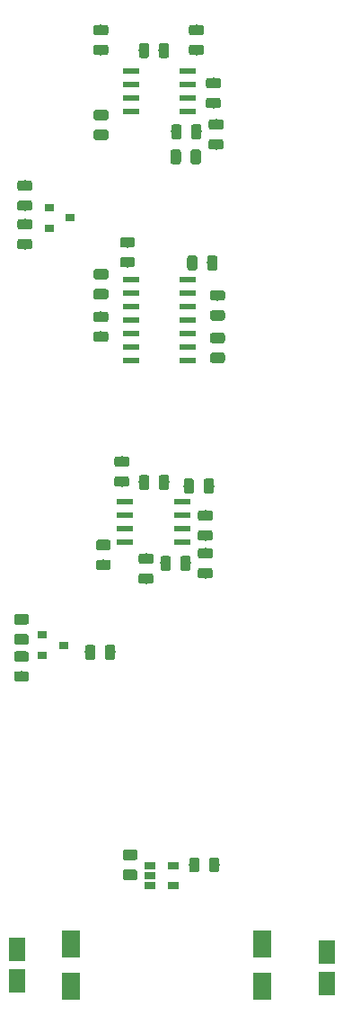
<source format=gbr>
G04 #@! TF.GenerationSoftware,KiCad,Pcbnew,5.0.2+dfsg1-1~bpo9+1*
G04 #@! TF.CreationDate,2019-02-28T12:06:51-08:00*
G04 #@! TF.ProjectId,Drum,4472756d-2e6b-4696-9361-645f70636258,rev?*
G04 #@! TF.SameCoordinates,Original*
G04 #@! TF.FileFunction,Paste,Top*
G04 #@! TF.FilePolarity,Positive*
%FSLAX46Y46*%
G04 Gerber Fmt 4.6, Leading zero omitted, Abs format (unit mm)*
G04 Created by KiCad (PCBNEW 5.0.2+dfsg1-1~bpo9+1) date Thu 28 Feb 2019 12:06:51 PM PST*
%MOMM*%
%LPD*%
G01*
G04 APERTURE LIST*
%ADD10R,1.600000X2.200000*%
%ADD11R,1.800000X2.500000*%
%ADD12C,0.100000*%
%ADD13C,0.975000*%
%ADD14R,1.500000X0.600000*%
%ADD15R,1.550000X0.600000*%
%ADD16R,0.900000X0.800000*%
%ADD17R,1.060000X0.650000*%
G04 APERTURE END LIST*
D10*
G04 #@! TO.C,C13*
X144272000Y-136168000D03*
X144272000Y-139168000D03*
G04 #@! TD*
G04 #@! TO.C,C12*
X173482000Y-139422000D03*
X173482000Y-136422000D03*
G04 #@! TD*
D11*
G04 #@! TO.C,D1*
X149352000Y-139668000D03*
X149352000Y-135668000D03*
G04 #@! TD*
G04 #@! TO.C,D2*
X167386000Y-139668000D03*
X167386000Y-135668000D03*
G04 #@! TD*
D12*
G04 #@! TO.C,C1*
G36*
X155440142Y-128675174D02*
X155463803Y-128678684D01*
X155487007Y-128684496D01*
X155509529Y-128692554D01*
X155531153Y-128702782D01*
X155551670Y-128715079D01*
X155570883Y-128729329D01*
X155588607Y-128745393D01*
X155604671Y-128763117D01*
X155618921Y-128782330D01*
X155631218Y-128802847D01*
X155641446Y-128824471D01*
X155649504Y-128846993D01*
X155655316Y-128870197D01*
X155658826Y-128893858D01*
X155660000Y-128917750D01*
X155660000Y-129405250D01*
X155658826Y-129429142D01*
X155655316Y-129452803D01*
X155649504Y-129476007D01*
X155641446Y-129498529D01*
X155631218Y-129520153D01*
X155618921Y-129540670D01*
X155604671Y-129559883D01*
X155588607Y-129577607D01*
X155570883Y-129593671D01*
X155551670Y-129607921D01*
X155531153Y-129620218D01*
X155509529Y-129630446D01*
X155487007Y-129638504D01*
X155463803Y-129644316D01*
X155440142Y-129647826D01*
X155416250Y-129649000D01*
X154503750Y-129649000D01*
X154479858Y-129647826D01*
X154456197Y-129644316D01*
X154432993Y-129638504D01*
X154410471Y-129630446D01*
X154388847Y-129620218D01*
X154368330Y-129607921D01*
X154349117Y-129593671D01*
X154331393Y-129577607D01*
X154315329Y-129559883D01*
X154301079Y-129540670D01*
X154288782Y-129520153D01*
X154278554Y-129498529D01*
X154270496Y-129476007D01*
X154264684Y-129452803D01*
X154261174Y-129429142D01*
X154260000Y-129405250D01*
X154260000Y-128917750D01*
X154261174Y-128893858D01*
X154264684Y-128870197D01*
X154270496Y-128846993D01*
X154278554Y-128824471D01*
X154288782Y-128802847D01*
X154301079Y-128782330D01*
X154315329Y-128763117D01*
X154331393Y-128745393D01*
X154349117Y-128729329D01*
X154368330Y-128715079D01*
X154388847Y-128702782D01*
X154410471Y-128692554D01*
X154432993Y-128684496D01*
X154456197Y-128678684D01*
X154479858Y-128675174D01*
X154503750Y-128674000D01*
X155416250Y-128674000D01*
X155440142Y-128675174D01*
X155440142Y-128675174D01*
G37*
D13*
X154960000Y-129161500D03*
D12*
G36*
X155440142Y-126800174D02*
X155463803Y-126803684D01*
X155487007Y-126809496D01*
X155509529Y-126817554D01*
X155531153Y-126827782D01*
X155551670Y-126840079D01*
X155570883Y-126854329D01*
X155588607Y-126870393D01*
X155604671Y-126888117D01*
X155618921Y-126907330D01*
X155631218Y-126927847D01*
X155641446Y-126949471D01*
X155649504Y-126971993D01*
X155655316Y-126995197D01*
X155658826Y-127018858D01*
X155660000Y-127042750D01*
X155660000Y-127530250D01*
X155658826Y-127554142D01*
X155655316Y-127577803D01*
X155649504Y-127601007D01*
X155641446Y-127623529D01*
X155631218Y-127645153D01*
X155618921Y-127665670D01*
X155604671Y-127684883D01*
X155588607Y-127702607D01*
X155570883Y-127718671D01*
X155551670Y-127732921D01*
X155531153Y-127745218D01*
X155509529Y-127755446D01*
X155487007Y-127763504D01*
X155463803Y-127769316D01*
X155440142Y-127772826D01*
X155416250Y-127774000D01*
X154503750Y-127774000D01*
X154479858Y-127772826D01*
X154456197Y-127769316D01*
X154432993Y-127763504D01*
X154410471Y-127755446D01*
X154388847Y-127745218D01*
X154368330Y-127732921D01*
X154349117Y-127718671D01*
X154331393Y-127702607D01*
X154315329Y-127684883D01*
X154301079Y-127665670D01*
X154288782Y-127645153D01*
X154278554Y-127623529D01*
X154270496Y-127601007D01*
X154264684Y-127577803D01*
X154261174Y-127554142D01*
X154260000Y-127530250D01*
X154260000Y-127042750D01*
X154261174Y-127018858D01*
X154264684Y-126995197D01*
X154270496Y-126971993D01*
X154278554Y-126949471D01*
X154288782Y-126927847D01*
X154301079Y-126907330D01*
X154315329Y-126888117D01*
X154331393Y-126870393D01*
X154349117Y-126854329D01*
X154368330Y-126840079D01*
X154388847Y-126827782D01*
X154410471Y-126817554D01*
X154432993Y-126809496D01*
X154456197Y-126803684D01*
X154479858Y-126800174D01*
X154503750Y-126799000D01*
X155416250Y-126799000D01*
X155440142Y-126800174D01*
X155440142Y-126800174D01*
G37*
D13*
X154960000Y-127286500D03*
G04 #@! TD*
D12*
G04 #@! TO.C,C2*
G36*
X162981642Y-70843174D02*
X163005303Y-70846684D01*
X163028507Y-70852496D01*
X163051029Y-70860554D01*
X163072653Y-70870782D01*
X163093170Y-70883079D01*
X163112383Y-70897329D01*
X163130107Y-70913393D01*
X163146171Y-70931117D01*
X163160421Y-70950330D01*
X163172718Y-70970847D01*
X163182946Y-70992471D01*
X163191004Y-71014993D01*
X163196816Y-71038197D01*
X163200326Y-71061858D01*
X163201500Y-71085750D01*
X163201500Y-71998250D01*
X163200326Y-72022142D01*
X163196816Y-72045803D01*
X163191004Y-72069007D01*
X163182946Y-72091529D01*
X163172718Y-72113153D01*
X163160421Y-72133670D01*
X163146171Y-72152883D01*
X163130107Y-72170607D01*
X163112383Y-72186671D01*
X163093170Y-72200921D01*
X163072653Y-72213218D01*
X163051029Y-72223446D01*
X163028507Y-72231504D01*
X163005303Y-72237316D01*
X162981642Y-72240826D01*
X162957750Y-72242000D01*
X162470250Y-72242000D01*
X162446358Y-72240826D01*
X162422697Y-72237316D01*
X162399493Y-72231504D01*
X162376971Y-72223446D01*
X162355347Y-72213218D01*
X162334830Y-72200921D01*
X162315617Y-72186671D01*
X162297893Y-72170607D01*
X162281829Y-72152883D01*
X162267579Y-72133670D01*
X162255282Y-72113153D01*
X162245054Y-72091529D01*
X162236996Y-72069007D01*
X162231184Y-72045803D01*
X162227674Y-72022142D01*
X162226500Y-71998250D01*
X162226500Y-71085750D01*
X162227674Y-71061858D01*
X162231184Y-71038197D01*
X162236996Y-71014993D01*
X162245054Y-70992471D01*
X162255282Y-70970847D01*
X162267579Y-70950330D01*
X162281829Y-70931117D01*
X162297893Y-70913393D01*
X162315617Y-70897329D01*
X162334830Y-70883079D01*
X162355347Y-70870782D01*
X162376971Y-70860554D01*
X162399493Y-70852496D01*
X162422697Y-70846684D01*
X162446358Y-70843174D01*
X162470250Y-70842000D01*
X162957750Y-70842000D01*
X162981642Y-70843174D01*
X162981642Y-70843174D01*
G37*
D13*
X162714000Y-71542000D03*
D12*
G36*
X161106642Y-70843174D02*
X161130303Y-70846684D01*
X161153507Y-70852496D01*
X161176029Y-70860554D01*
X161197653Y-70870782D01*
X161218170Y-70883079D01*
X161237383Y-70897329D01*
X161255107Y-70913393D01*
X161271171Y-70931117D01*
X161285421Y-70950330D01*
X161297718Y-70970847D01*
X161307946Y-70992471D01*
X161316004Y-71014993D01*
X161321816Y-71038197D01*
X161325326Y-71061858D01*
X161326500Y-71085750D01*
X161326500Y-71998250D01*
X161325326Y-72022142D01*
X161321816Y-72045803D01*
X161316004Y-72069007D01*
X161307946Y-72091529D01*
X161297718Y-72113153D01*
X161285421Y-72133670D01*
X161271171Y-72152883D01*
X161255107Y-72170607D01*
X161237383Y-72186671D01*
X161218170Y-72200921D01*
X161197653Y-72213218D01*
X161176029Y-72223446D01*
X161153507Y-72231504D01*
X161130303Y-72237316D01*
X161106642Y-72240826D01*
X161082750Y-72242000D01*
X160595250Y-72242000D01*
X160571358Y-72240826D01*
X160547697Y-72237316D01*
X160524493Y-72231504D01*
X160501971Y-72223446D01*
X160480347Y-72213218D01*
X160459830Y-72200921D01*
X160440617Y-72186671D01*
X160422893Y-72170607D01*
X160406829Y-72152883D01*
X160392579Y-72133670D01*
X160380282Y-72113153D01*
X160370054Y-72091529D01*
X160361996Y-72069007D01*
X160356184Y-72045803D01*
X160352674Y-72022142D01*
X160351500Y-71998250D01*
X160351500Y-71085750D01*
X160352674Y-71061858D01*
X160356184Y-71038197D01*
X160361996Y-71014993D01*
X160370054Y-70992471D01*
X160380282Y-70970847D01*
X160392579Y-70950330D01*
X160406829Y-70931117D01*
X160422893Y-70913393D01*
X160440617Y-70897329D01*
X160459830Y-70883079D01*
X160480347Y-70870782D01*
X160501971Y-70860554D01*
X160524493Y-70852496D01*
X160547697Y-70846684D01*
X160571358Y-70843174D01*
X160595250Y-70842000D01*
X161082750Y-70842000D01*
X161106642Y-70843174D01*
X161106642Y-70843174D01*
G37*
D13*
X160839000Y-71542000D03*
G04 #@! TD*
D12*
G04 #@! TO.C,C3*
G36*
X163165142Y-127525174D02*
X163188803Y-127528684D01*
X163212007Y-127534496D01*
X163234529Y-127542554D01*
X163256153Y-127552782D01*
X163276670Y-127565079D01*
X163295883Y-127579329D01*
X163313607Y-127595393D01*
X163329671Y-127613117D01*
X163343921Y-127632330D01*
X163356218Y-127652847D01*
X163366446Y-127674471D01*
X163374504Y-127696993D01*
X163380316Y-127720197D01*
X163383826Y-127743858D01*
X163385000Y-127767750D01*
X163385000Y-128680250D01*
X163383826Y-128704142D01*
X163380316Y-128727803D01*
X163374504Y-128751007D01*
X163366446Y-128773529D01*
X163356218Y-128795153D01*
X163343921Y-128815670D01*
X163329671Y-128834883D01*
X163313607Y-128852607D01*
X163295883Y-128868671D01*
X163276670Y-128882921D01*
X163256153Y-128895218D01*
X163234529Y-128905446D01*
X163212007Y-128913504D01*
X163188803Y-128919316D01*
X163165142Y-128922826D01*
X163141250Y-128924000D01*
X162653750Y-128924000D01*
X162629858Y-128922826D01*
X162606197Y-128919316D01*
X162582993Y-128913504D01*
X162560471Y-128905446D01*
X162538847Y-128895218D01*
X162518330Y-128882921D01*
X162499117Y-128868671D01*
X162481393Y-128852607D01*
X162465329Y-128834883D01*
X162451079Y-128815670D01*
X162438782Y-128795153D01*
X162428554Y-128773529D01*
X162420496Y-128751007D01*
X162414684Y-128727803D01*
X162411174Y-128704142D01*
X162410000Y-128680250D01*
X162410000Y-127767750D01*
X162411174Y-127743858D01*
X162414684Y-127720197D01*
X162420496Y-127696993D01*
X162428554Y-127674471D01*
X162438782Y-127652847D01*
X162451079Y-127632330D01*
X162465329Y-127613117D01*
X162481393Y-127595393D01*
X162499117Y-127579329D01*
X162518330Y-127565079D01*
X162538847Y-127552782D01*
X162560471Y-127542554D01*
X162582993Y-127534496D01*
X162606197Y-127528684D01*
X162629858Y-127525174D01*
X162653750Y-127524000D01*
X163141250Y-127524000D01*
X163165142Y-127525174D01*
X163165142Y-127525174D01*
G37*
D13*
X162897500Y-128224000D03*
D12*
G36*
X161290142Y-127525174D02*
X161313803Y-127528684D01*
X161337007Y-127534496D01*
X161359529Y-127542554D01*
X161381153Y-127552782D01*
X161401670Y-127565079D01*
X161420883Y-127579329D01*
X161438607Y-127595393D01*
X161454671Y-127613117D01*
X161468921Y-127632330D01*
X161481218Y-127652847D01*
X161491446Y-127674471D01*
X161499504Y-127696993D01*
X161505316Y-127720197D01*
X161508826Y-127743858D01*
X161510000Y-127767750D01*
X161510000Y-128680250D01*
X161508826Y-128704142D01*
X161505316Y-128727803D01*
X161499504Y-128751007D01*
X161491446Y-128773529D01*
X161481218Y-128795153D01*
X161468921Y-128815670D01*
X161454671Y-128834883D01*
X161438607Y-128852607D01*
X161420883Y-128868671D01*
X161401670Y-128882921D01*
X161381153Y-128895218D01*
X161359529Y-128905446D01*
X161337007Y-128913504D01*
X161313803Y-128919316D01*
X161290142Y-128922826D01*
X161266250Y-128924000D01*
X160778750Y-128924000D01*
X160754858Y-128922826D01*
X160731197Y-128919316D01*
X160707993Y-128913504D01*
X160685471Y-128905446D01*
X160663847Y-128895218D01*
X160643330Y-128882921D01*
X160624117Y-128868671D01*
X160606393Y-128852607D01*
X160590329Y-128834883D01*
X160576079Y-128815670D01*
X160563782Y-128795153D01*
X160553554Y-128773529D01*
X160545496Y-128751007D01*
X160539684Y-128727803D01*
X160536174Y-128704142D01*
X160535000Y-128680250D01*
X160535000Y-127767750D01*
X160536174Y-127743858D01*
X160539684Y-127720197D01*
X160545496Y-127696993D01*
X160553554Y-127674471D01*
X160563782Y-127652847D01*
X160576079Y-127632330D01*
X160590329Y-127613117D01*
X160606393Y-127595393D01*
X160624117Y-127579329D01*
X160643330Y-127565079D01*
X160663847Y-127552782D01*
X160685471Y-127542554D01*
X160707993Y-127534496D01*
X160731197Y-127528684D01*
X160754858Y-127525174D01*
X160778750Y-127524000D01*
X161266250Y-127524000D01*
X161290142Y-127525174D01*
X161290142Y-127525174D01*
G37*
D13*
X161022500Y-128224000D03*
G04 #@! TD*
D12*
G04 #@! TO.C,C4*
G36*
X161694142Y-49118174D02*
X161717803Y-49121684D01*
X161741007Y-49127496D01*
X161763529Y-49135554D01*
X161785153Y-49145782D01*
X161805670Y-49158079D01*
X161824883Y-49172329D01*
X161842607Y-49188393D01*
X161858671Y-49206117D01*
X161872921Y-49225330D01*
X161885218Y-49245847D01*
X161895446Y-49267471D01*
X161903504Y-49289993D01*
X161909316Y-49313197D01*
X161912826Y-49336858D01*
X161914000Y-49360750D01*
X161914000Y-49848250D01*
X161912826Y-49872142D01*
X161909316Y-49895803D01*
X161903504Y-49919007D01*
X161895446Y-49941529D01*
X161885218Y-49963153D01*
X161872921Y-49983670D01*
X161858671Y-50002883D01*
X161842607Y-50020607D01*
X161824883Y-50036671D01*
X161805670Y-50050921D01*
X161785153Y-50063218D01*
X161763529Y-50073446D01*
X161741007Y-50081504D01*
X161717803Y-50087316D01*
X161694142Y-50090826D01*
X161670250Y-50092000D01*
X160757750Y-50092000D01*
X160733858Y-50090826D01*
X160710197Y-50087316D01*
X160686993Y-50081504D01*
X160664471Y-50073446D01*
X160642847Y-50063218D01*
X160622330Y-50050921D01*
X160603117Y-50036671D01*
X160585393Y-50020607D01*
X160569329Y-50002883D01*
X160555079Y-49983670D01*
X160542782Y-49963153D01*
X160532554Y-49941529D01*
X160524496Y-49919007D01*
X160518684Y-49895803D01*
X160515174Y-49872142D01*
X160514000Y-49848250D01*
X160514000Y-49360750D01*
X160515174Y-49336858D01*
X160518684Y-49313197D01*
X160524496Y-49289993D01*
X160532554Y-49267471D01*
X160542782Y-49245847D01*
X160555079Y-49225330D01*
X160569329Y-49206117D01*
X160585393Y-49188393D01*
X160603117Y-49172329D01*
X160622330Y-49158079D01*
X160642847Y-49145782D01*
X160664471Y-49135554D01*
X160686993Y-49127496D01*
X160710197Y-49121684D01*
X160733858Y-49118174D01*
X160757750Y-49117000D01*
X161670250Y-49117000D01*
X161694142Y-49118174D01*
X161694142Y-49118174D01*
G37*
D13*
X161214000Y-49604500D03*
D12*
G36*
X161694142Y-50993174D02*
X161717803Y-50996684D01*
X161741007Y-51002496D01*
X161763529Y-51010554D01*
X161785153Y-51020782D01*
X161805670Y-51033079D01*
X161824883Y-51047329D01*
X161842607Y-51063393D01*
X161858671Y-51081117D01*
X161872921Y-51100330D01*
X161885218Y-51120847D01*
X161895446Y-51142471D01*
X161903504Y-51164993D01*
X161909316Y-51188197D01*
X161912826Y-51211858D01*
X161914000Y-51235750D01*
X161914000Y-51723250D01*
X161912826Y-51747142D01*
X161909316Y-51770803D01*
X161903504Y-51794007D01*
X161895446Y-51816529D01*
X161885218Y-51838153D01*
X161872921Y-51858670D01*
X161858671Y-51877883D01*
X161842607Y-51895607D01*
X161824883Y-51911671D01*
X161805670Y-51925921D01*
X161785153Y-51938218D01*
X161763529Y-51948446D01*
X161741007Y-51956504D01*
X161717803Y-51962316D01*
X161694142Y-51965826D01*
X161670250Y-51967000D01*
X160757750Y-51967000D01*
X160733858Y-51965826D01*
X160710197Y-51962316D01*
X160686993Y-51956504D01*
X160664471Y-51948446D01*
X160642847Y-51938218D01*
X160622330Y-51925921D01*
X160603117Y-51911671D01*
X160585393Y-51895607D01*
X160569329Y-51877883D01*
X160555079Y-51858670D01*
X160542782Y-51838153D01*
X160532554Y-51816529D01*
X160524496Y-51794007D01*
X160518684Y-51770803D01*
X160515174Y-51747142D01*
X160514000Y-51723250D01*
X160514000Y-51235750D01*
X160515174Y-51211858D01*
X160518684Y-51188197D01*
X160524496Y-51164993D01*
X160532554Y-51142471D01*
X160542782Y-51120847D01*
X160555079Y-51100330D01*
X160569329Y-51081117D01*
X160585393Y-51063393D01*
X160603117Y-51047329D01*
X160622330Y-51033079D01*
X160642847Y-51020782D01*
X160664471Y-51010554D01*
X160686993Y-51002496D01*
X160710197Y-50996684D01*
X160733858Y-50993174D01*
X160757750Y-50992000D01*
X161670250Y-50992000D01*
X161694142Y-50993174D01*
X161694142Y-50993174D01*
G37*
D13*
X161214000Y-51479500D03*
G04 #@! TD*
D12*
G04 #@! TO.C,C5*
G36*
X152694142Y-57118174D02*
X152717803Y-57121684D01*
X152741007Y-57127496D01*
X152763529Y-57135554D01*
X152785153Y-57145782D01*
X152805670Y-57158079D01*
X152824883Y-57172329D01*
X152842607Y-57188393D01*
X152858671Y-57206117D01*
X152872921Y-57225330D01*
X152885218Y-57245847D01*
X152895446Y-57267471D01*
X152903504Y-57289993D01*
X152909316Y-57313197D01*
X152912826Y-57336858D01*
X152914000Y-57360750D01*
X152914000Y-57848250D01*
X152912826Y-57872142D01*
X152909316Y-57895803D01*
X152903504Y-57919007D01*
X152895446Y-57941529D01*
X152885218Y-57963153D01*
X152872921Y-57983670D01*
X152858671Y-58002883D01*
X152842607Y-58020607D01*
X152824883Y-58036671D01*
X152805670Y-58050921D01*
X152785153Y-58063218D01*
X152763529Y-58073446D01*
X152741007Y-58081504D01*
X152717803Y-58087316D01*
X152694142Y-58090826D01*
X152670250Y-58092000D01*
X151757750Y-58092000D01*
X151733858Y-58090826D01*
X151710197Y-58087316D01*
X151686993Y-58081504D01*
X151664471Y-58073446D01*
X151642847Y-58063218D01*
X151622330Y-58050921D01*
X151603117Y-58036671D01*
X151585393Y-58020607D01*
X151569329Y-58002883D01*
X151555079Y-57983670D01*
X151542782Y-57963153D01*
X151532554Y-57941529D01*
X151524496Y-57919007D01*
X151518684Y-57895803D01*
X151515174Y-57872142D01*
X151514000Y-57848250D01*
X151514000Y-57360750D01*
X151515174Y-57336858D01*
X151518684Y-57313197D01*
X151524496Y-57289993D01*
X151532554Y-57267471D01*
X151542782Y-57245847D01*
X151555079Y-57225330D01*
X151569329Y-57206117D01*
X151585393Y-57188393D01*
X151603117Y-57172329D01*
X151622330Y-57158079D01*
X151642847Y-57145782D01*
X151664471Y-57135554D01*
X151686993Y-57127496D01*
X151710197Y-57121684D01*
X151733858Y-57118174D01*
X151757750Y-57117000D01*
X152670250Y-57117000D01*
X152694142Y-57118174D01*
X152694142Y-57118174D01*
G37*
D13*
X152214000Y-57604500D03*
D12*
G36*
X152694142Y-58993174D02*
X152717803Y-58996684D01*
X152741007Y-59002496D01*
X152763529Y-59010554D01*
X152785153Y-59020782D01*
X152805670Y-59033079D01*
X152824883Y-59047329D01*
X152842607Y-59063393D01*
X152858671Y-59081117D01*
X152872921Y-59100330D01*
X152885218Y-59120847D01*
X152895446Y-59142471D01*
X152903504Y-59164993D01*
X152909316Y-59188197D01*
X152912826Y-59211858D01*
X152914000Y-59235750D01*
X152914000Y-59723250D01*
X152912826Y-59747142D01*
X152909316Y-59770803D01*
X152903504Y-59794007D01*
X152895446Y-59816529D01*
X152885218Y-59838153D01*
X152872921Y-59858670D01*
X152858671Y-59877883D01*
X152842607Y-59895607D01*
X152824883Y-59911671D01*
X152805670Y-59925921D01*
X152785153Y-59938218D01*
X152763529Y-59948446D01*
X152741007Y-59956504D01*
X152717803Y-59962316D01*
X152694142Y-59965826D01*
X152670250Y-59967000D01*
X151757750Y-59967000D01*
X151733858Y-59965826D01*
X151710197Y-59962316D01*
X151686993Y-59956504D01*
X151664471Y-59948446D01*
X151642847Y-59938218D01*
X151622330Y-59925921D01*
X151603117Y-59911671D01*
X151585393Y-59895607D01*
X151569329Y-59877883D01*
X151555079Y-59858670D01*
X151542782Y-59838153D01*
X151532554Y-59816529D01*
X151524496Y-59794007D01*
X151518684Y-59770803D01*
X151515174Y-59747142D01*
X151514000Y-59723250D01*
X151514000Y-59235750D01*
X151515174Y-59211858D01*
X151518684Y-59188197D01*
X151524496Y-59164993D01*
X151532554Y-59142471D01*
X151542782Y-59120847D01*
X151555079Y-59100330D01*
X151569329Y-59081117D01*
X151585393Y-59063393D01*
X151603117Y-59047329D01*
X151622330Y-59033079D01*
X151642847Y-59020782D01*
X151664471Y-59010554D01*
X151686993Y-59002496D01*
X151710197Y-58996684D01*
X151733858Y-58993174D01*
X151757750Y-58992000D01*
X152670250Y-58992000D01*
X152694142Y-58993174D01*
X152694142Y-58993174D01*
G37*
D13*
X152214000Y-59479500D03*
G04 #@! TD*
D12*
G04 #@! TO.C,C6*
G36*
X163548142Y-59887174D02*
X163571803Y-59890684D01*
X163595007Y-59896496D01*
X163617529Y-59904554D01*
X163639153Y-59914782D01*
X163659670Y-59927079D01*
X163678883Y-59941329D01*
X163696607Y-59957393D01*
X163712671Y-59975117D01*
X163726921Y-59994330D01*
X163739218Y-60014847D01*
X163749446Y-60036471D01*
X163757504Y-60058993D01*
X163763316Y-60082197D01*
X163766826Y-60105858D01*
X163768000Y-60129750D01*
X163768000Y-60617250D01*
X163766826Y-60641142D01*
X163763316Y-60664803D01*
X163757504Y-60688007D01*
X163749446Y-60710529D01*
X163739218Y-60732153D01*
X163726921Y-60752670D01*
X163712671Y-60771883D01*
X163696607Y-60789607D01*
X163678883Y-60805671D01*
X163659670Y-60819921D01*
X163639153Y-60832218D01*
X163617529Y-60842446D01*
X163595007Y-60850504D01*
X163571803Y-60856316D01*
X163548142Y-60859826D01*
X163524250Y-60861000D01*
X162611750Y-60861000D01*
X162587858Y-60859826D01*
X162564197Y-60856316D01*
X162540993Y-60850504D01*
X162518471Y-60842446D01*
X162496847Y-60832218D01*
X162476330Y-60819921D01*
X162457117Y-60805671D01*
X162439393Y-60789607D01*
X162423329Y-60771883D01*
X162409079Y-60752670D01*
X162396782Y-60732153D01*
X162386554Y-60710529D01*
X162378496Y-60688007D01*
X162372684Y-60664803D01*
X162369174Y-60641142D01*
X162368000Y-60617250D01*
X162368000Y-60129750D01*
X162369174Y-60105858D01*
X162372684Y-60082197D01*
X162378496Y-60058993D01*
X162386554Y-60036471D01*
X162396782Y-60014847D01*
X162409079Y-59994330D01*
X162423329Y-59975117D01*
X162439393Y-59957393D01*
X162457117Y-59941329D01*
X162476330Y-59927079D01*
X162496847Y-59914782D01*
X162518471Y-59904554D01*
X162540993Y-59896496D01*
X162564197Y-59890684D01*
X162587858Y-59887174D01*
X162611750Y-59886000D01*
X163524250Y-59886000D01*
X163548142Y-59887174D01*
X163548142Y-59887174D01*
G37*
D13*
X163068000Y-60373500D03*
D12*
G36*
X163548142Y-58012174D02*
X163571803Y-58015684D01*
X163595007Y-58021496D01*
X163617529Y-58029554D01*
X163639153Y-58039782D01*
X163659670Y-58052079D01*
X163678883Y-58066329D01*
X163696607Y-58082393D01*
X163712671Y-58100117D01*
X163726921Y-58119330D01*
X163739218Y-58139847D01*
X163749446Y-58161471D01*
X163757504Y-58183993D01*
X163763316Y-58207197D01*
X163766826Y-58230858D01*
X163768000Y-58254750D01*
X163768000Y-58742250D01*
X163766826Y-58766142D01*
X163763316Y-58789803D01*
X163757504Y-58813007D01*
X163749446Y-58835529D01*
X163739218Y-58857153D01*
X163726921Y-58877670D01*
X163712671Y-58896883D01*
X163696607Y-58914607D01*
X163678883Y-58930671D01*
X163659670Y-58944921D01*
X163639153Y-58957218D01*
X163617529Y-58967446D01*
X163595007Y-58975504D01*
X163571803Y-58981316D01*
X163548142Y-58984826D01*
X163524250Y-58986000D01*
X162611750Y-58986000D01*
X162587858Y-58984826D01*
X162564197Y-58981316D01*
X162540993Y-58975504D01*
X162518471Y-58967446D01*
X162496847Y-58957218D01*
X162476330Y-58944921D01*
X162457117Y-58930671D01*
X162439393Y-58914607D01*
X162423329Y-58896883D01*
X162409079Y-58877670D01*
X162396782Y-58857153D01*
X162386554Y-58835529D01*
X162378496Y-58813007D01*
X162372684Y-58789803D01*
X162369174Y-58766142D01*
X162368000Y-58742250D01*
X162368000Y-58254750D01*
X162369174Y-58230858D01*
X162372684Y-58207197D01*
X162378496Y-58183993D01*
X162386554Y-58161471D01*
X162396782Y-58139847D01*
X162409079Y-58119330D01*
X162423329Y-58100117D01*
X162439393Y-58082393D01*
X162457117Y-58066329D01*
X162476330Y-58052079D01*
X162496847Y-58039782D01*
X162518471Y-58029554D01*
X162540993Y-58021496D01*
X162564197Y-58015684D01*
X162587858Y-58012174D01*
X162611750Y-58011000D01*
X163524250Y-58011000D01*
X163548142Y-58012174D01*
X163548142Y-58012174D01*
G37*
D13*
X163068000Y-58498500D03*
G04 #@! TD*
D12*
G04 #@! TO.C,C7*
G36*
X162532142Y-98398174D02*
X162555803Y-98401684D01*
X162579007Y-98407496D01*
X162601529Y-98415554D01*
X162623153Y-98425782D01*
X162643670Y-98438079D01*
X162662883Y-98452329D01*
X162680607Y-98468393D01*
X162696671Y-98486117D01*
X162710921Y-98505330D01*
X162723218Y-98525847D01*
X162733446Y-98547471D01*
X162741504Y-98569993D01*
X162747316Y-98593197D01*
X162750826Y-98616858D01*
X162752000Y-98640750D01*
X162752000Y-99128250D01*
X162750826Y-99152142D01*
X162747316Y-99175803D01*
X162741504Y-99199007D01*
X162733446Y-99221529D01*
X162723218Y-99243153D01*
X162710921Y-99263670D01*
X162696671Y-99282883D01*
X162680607Y-99300607D01*
X162662883Y-99316671D01*
X162643670Y-99330921D01*
X162623153Y-99343218D01*
X162601529Y-99353446D01*
X162579007Y-99361504D01*
X162555803Y-99367316D01*
X162532142Y-99370826D01*
X162508250Y-99372000D01*
X161595750Y-99372000D01*
X161571858Y-99370826D01*
X161548197Y-99367316D01*
X161524993Y-99361504D01*
X161502471Y-99353446D01*
X161480847Y-99343218D01*
X161460330Y-99330921D01*
X161441117Y-99316671D01*
X161423393Y-99300607D01*
X161407329Y-99282883D01*
X161393079Y-99263670D01*
X161380782Y-99243153D01*
X161370554Y-99221529D01*
X161362496Y-99199007D01*
X161356684Y-99175803D01*
X161353174Y-99152142D01*
X161352000Y-99128250D01*
X161352000Y-98640750D01*
X161353174Y-98616858D01*
X161356684Y-98593197D01*
X161362496Y-98569993D01*
X161370554Y-98547471D01*
X161380782Y-98525847D01*
X161393079Y-98505330D01*
X161407329Y-98486117D01*
X161423393Y-98468393D01*
X161441117Y-98452329D01*
X161460330Y-98438079D01*
X161480847Y-98425782D01*
X161502471Y-98415554D01*
X161524993Y-98407496D01*
X161548197Y-98401684D01*
X161571858Y-98398174D01*
X161595750Y-98397000D01*
X162508250Y-98397000D01*
X162532142Y-98398174D01*
X162532142Y-98398174D01*
G37*
D13*
X162052000Y-98884500D03*
D12*
G36*
X162532142Y-100273174D02*
X162555803Y-100276684D01*
X162579007Y-100282496D01*
X162601529Y-100290554D01*
X162623153Y-100300782D01*
X162643670Y-100313079D01*
X162662883Y-100327329D01*
X162680607Y-100343393D01*
X162696671Y-100361117D01*
X162710921Y-100380330D01*
X162723218Y-100400847D01*
X162733446Y-100422471D01*
X162741504Y-100444993D01*
X162747316Y-100468197D01*
X162750826Y-100491858D01*
X162752000Y-100515750D01*
X162752000Y-101003250D01*
X162750826Y-101027142D01*
X162747316Y-101050803D01*
X162741504Y-101074007D01*
X162733446Y-101096529D01*
X162723218Y-101118153D01*
X162710921Y-101138670D01*
X162696671Y-101157883D01*
X162680607Y-101175607D01*
X162662883Y-101191671D01*
X162643670Y-101205921D01*
X162623153Y-101218218D01*
X162601529Y-101228446D01*
X162579007Y-101236504D01*
X162555803Y-101242316D01*
X162532142Y-101245826D01*
X162508250Y-101247000D01*
X161595750Y-101247000D01*
X161571858Y-101245826D01*
X161548197Y-101242316D01*
X161524993Y-101236504D01*
X161502471Y-101228446D01*
X161480847Y-101218218D01*
X161460330Y-101205921D01*
X161441117Y-101191671D01*
X161423393Y-101175607D01*
X161407329Y-101157883D01*
X161393079Y-101138670D01*
X161380782Y-101118153D01*
X161370554Y-101096529D01*
X161362496Y-101074007D01*
X161356684Y-101050803D01*
X161353174Y-101027142D01*
X161352000Y-101003250D01*
X161352000Y-100515750D01*
X161353174Y-100491858D01*
X161356684Y-100468197D01*
X161362496Y-100444993D01*
X161370554Y-100422471D01*
X161380782Y-100400847D01*
X161393079Y-100380330D01*
X161407329Y-100361117D01*
X161423393Y-100343393D01*
X161441117Y-100327329D01*
X161460330Y-100313079D01*
X161480847Y-100300782D01*
X161502471Y-100290554D01*
X161524993Y-100282496D01*
X161548197Y-100276684D01*
X161571858Y-100273174D01*
X161595750Y-100272000D01*
X162508250Y-100272000D01*
X162532142Y-100273174D01*
X162532142Y-100273174D01*
G37*
D13*
X162052000Y-100759500D03*
G04 #@! TD*
D12*
G04 #@! TO.C,C8*
G36*
X163294142Y-55993174D02*
X163317803Y-55996684D01*
X163341007Y-56002496D01*
X163363529Y-56010554D01*
X163385153Y-56020782D01*
X163405670Y-56033079D01*
X163424883Y-56047329D01*
X163442607Y-56063393D01*
X163458671Y-56081117D01*
X163472921Y-56100330D01*
X163485218Y-56120847D01*
X163495446Y-56142471D01*
X163503504Y-56164993D01*
X163509316Y-56188197D01*
X163512826Y-56211858D01*
X163514000Y-56235750D01*
X163514000Y-56723250D01*
X163512826Y-56747142D01*
X163509316Y-56770803D01*
X163503504Y-56794007D01*
X163495446Y-56816529D01*
X163485218Y-56838153D01*
X163472921Y-56858670D01*
X163458671Y-56877883D01*
X163442607Y-56895607D01*
X163424883Y-56911671D01*
X163405670Y-56925921D01*
X163385153Y-56938218D01*
X163363529Y-56948446D01*
X163341007Y-56956504D01*
X163317803Y-56962316D01*
X163294142Y-56965826D01*
X163270250Y-56967000D01*
X162357750Y-56967000D01*
X162333858Y-56965826D01*
X162310197Y-56962316D01*
X162286993Y-56956504D01*
X162264471Y-56948446D01*
X162242847Y-56938218D01*
X162222330Y-56925921D01*
X162203117Y-56911671D01*
X162185393Y-56895607D01*
X162169329Y-56877883D01*
X162155079Y-56858670D01*
X162142782Y-56838153D01*
X162132554Y-56816529D01*
X162124496Y-56794007D01*
X162118684Y-56770803D01*
X162115174Y-56747142D01*
X162114000Y-56723250D01*
X162114000Y-56235750D01*
X162115174Y-56211858D01*
X162118684Y-56188197D01*
X162124496Y-56164993D01*
X162132554Y-56142471D01*
X162142782Y-56120847D01*
X162155079Y-56100330D01*
X162169329Y-56081117D01*
X162185393Y-56063393D01*
X162203117Y-56047329D01*
X162222330Y-56033079D01*
X162242847Y-56020782D01*
X162264471Y-56010554D01*
X162286993Y-56002496D01*
X162310197Y-55996684D01*
X162333858Y-55993174D01*
X162357750Y-55992000D01*
X163270250Y-55992000D01*
X163294142Y-55993174D01*
X163294142Y-55993174D01*
G37*
D13*
X162814000Y-56479500D03*
D12*
G36*
X163294142Y-54118174D02*
X163317803Y-54121684D01*
X163341007Y-54127496D01*
X163363529Y-54135554D01*
X163385153Y-54145782D01*
X163405670Y-54158079D01*
X163424883Y-54172329D01*
X163442607Y-54188393D01*
X163458671Y-54206117D01*
X163472921Y-54225330D01*
X163485218Y-54245847D01*
X163495446Y-54267471D01*
X163503504Y-54289993D01*
X163509316Y-54313197D01*
X163512826Y-54336858D01*
X163514000Y-54360750D01*
X163514000Y-54848250D01*
X163512826Y-54872142D01*
X163509316Y-54895803D01*
X163503504Y-54919007D01*
X163495446Y-54941529D01*
X163485218Y-54963153D01*
X163472921Y-54983670D01*
X163458671Y-55002883D01*
X163442607Y-55020607D01*
X163424883Y-55036671D01*
X163405670Y-55050921D01*
X163385153Y-55063218D01*
X163363529Y-55073446D01*
X163341007Y-55081504D01*
X163317803Y-55087316D01*
X163294142Y-55090826D01*
X163270250Y-55092000D01*
X162357750Y-55092000D01*
X162333858Y-55090826D01*
X162310197Y-55087316D01*
X162286993Y-55081504D01*
X162264471Y-55073446D01*
X162242847Y-55063218D01*
X162222330Y-55050921D01*
X162203117Y-55036671D01*
X162185393Y-55020607D01*
X162169329Y-55002883D01*
X162155079Y-54983670D01*
X162142782Y-54963153D01*
X162132554Y-54941529D01*
X162124496Y-54919007D01*
X162118684Y-54895803D01*
X162115174Y-54872142D01*
X162114000Y-54848250D01*
X162114000Y-54360750D01*
X162115174Y-54336858D01*
X162118684Y-54313197D01*
X162124496Y-54289993D01*
X162132554Y-54267471D01*
X162142782Y-54245847D01*
X162155079Y-54225330D01*
X162169329Y-54206117D01*
X162185393Y-54188393D01*
X162203117Y-54172329D01*
X162222330Y-54158079D01*
X162242847Y-54145782D01*
X162264471Y-54135554D01*
X162286993Y-54127496D01*
X162310197Y-54121684D01*
X162333858Y-54118174D01*
X162357750Y-54117000D01*
X163270250Y-54117000D01*
X163294142Y-54118174D01*
X163294142Y-54118174D01*
G37*
D13*
X162814000Y-54604500D03*
G04 #@! TD*
D12*
G04 #@! TO.C,C9*
G36*
X156944142Y-100781174D02*
X156967803Y-100784684D01*
X156991007Y-100790496D01*
X157013529Y-100798554D01*
X157035153Y-100808782D01*
X157055670Y-100821079D01*
X157074883Y-100835329D01*
X157092607Y-100851393D01*
X157108671Y-100869117D01*
X157122921Y-100888330D01*
X157135218Y-100908847D01*
X157145446Y-100930471D01*
X157153504Y-100952993D01*
X157159316Y-100976197D01*
X157162826Y-100999858D01*
X157164000Y-101023750D01*
X157164000Y-101511250D01*
X157162826Y-101535142D01*
X157159316Y-101558803D01*
X157153504Y-101582007D01*
X157145446Y-101604529D01*
X157135218Y-101626153D01*
X157122921Y-101646670D01*
X157108671Y-101665883D01*
X157092607Y-101683607D01*
X157074883Y-101699671D01*
X157055670Y-101713921D01*
X157035153Y-101726218D01*
X157013529Y-101736446D01*
X156991007Y-101744504D01*
X156967803Y-101750316D01*
X156944142Y-101753826D01*
X156920250Y-101755000D01*
X156007750Y-101755000D01*
X155983858Y-101753826D01*
X155960197Y-101750316D01*
X155936993Y-101744504D01*
X155914471Y-101736446D01*
X155892847Y-101726218D01*
X155872330Y-101713921D01*
X155853117Y-101699671D01*
X155835393Y-101683607D01*
X155819329Y-101665883D01*
X155805079Y-101646670D01*
X155792782Y-101626153D01*
X155782554Y-101604529D01*
X155774496Y-101582007D01*
X155768684Y-101558803D01*
X155765174Y-101535142D01*
X155764000Y-101511250D01*
X155764000Y-101023750D01*
X155765174Y-100999858D01*
X155768684Y-100976197D01*
X155774496Y-100952993D01*
X155782554Y-100930471D01*
X155792782Y-100908847D01*
X155805079Y-100888330D01*
X155819329Y-100869117D01*
X155835393Y-100851393D01*
X155853117Y-100835329D01*
X155872330Y-100821079D01*
X155892847Y-100808782D01*
X155914471Y-100798554D01*
X155936993Y-100790496D01*
X155960197Y-100784684D01*
X155983858Y-100781174D01*
X156007750Y-100780000D01*
X156920250Y-100780000D01*
X156944142Y-100781174D01*
X156944142Y-100781174D01*
G37*
D13*
X156464000Y-101267500D03*
D12*
G36*
X156944142Y-98906174D02*
X156967803Y-98909684D01*
X156991007Y-98915496D01*
X157013529Y-98923554D01*
X157035153Y-98933782D01*
X157055670Y-98946079D01*
X157074883Y-98960329D01*
X157092607Y-98976393D01*
X157108671Y-98994117D01*
X157122921Y-99013330D01*
X157135218Y-99033847D01*
X157145446Y-99055471D01*
X157153504Y-99077993D01*
X157159316Y-99101197D01*
X157162826Y-99124858D01*
X157164000Y-99148750D01*
X157164000Y-99636250D01*
X157162826Y-99660142D01*
X157159316Y-99683803D01*
X157153504Y-99707007D01*
X157145446Y-99729529D01*
X157135218Y-99751153D01*
X157122921Y-99771670D01*
X157108671Y-99790883D01*
X157092607Y-99808607D01*
X157074883Y-99824671D01*
X157055670Y-99838921D01*
X157035153Y-99851218D01*
X157013529Y-99861446D01*
X156991007Y-99869504D01*
X156967803Y-99875316D01*
X156944142Y-99878826D01*
X156920250Y-99880000D01*
X156007750Y-99880000D01*
X155983858Y-99878826D01*
X155960197Y-99875316D01*
X155936993Y-99869504D01*
X155914471Y-99861446D01*
X155892847Y-99851218D01*
X155872330Y-99838921D01*
X155853117Y-99824671D01*
X155835393Y-99808607D01*
X155819329Y-99790883D01*
X155805079Y-99771670D01*
X155792782Y-99751153D01*
X155782554Y-99729529D01*
X155774496Y-99707007D01*
X155768684Y-99683803D01*
X155765174Y-99660142D01*
X155764000Y-99636250D01*
X155764000Y-99148750D01*
X155765174Y-99124858D01*
X155768684Y-99101197D01*
X155774496Y-99077993D01*
X155782554Y-99055471D01*
X155792782Y-99033847D01*
X155805079Y-99013330D01*
X155819329Y-98994117D01*
X155835393Y-98976393D01*
X155853117Y-98960329D01*
X155872330Y-98946079D01*
X155892847Y-98933782D01*
X155914471Y-98923554D01*
X155936993Y-98915496D01*
X155960197Y-98909684D01*
X155983858Y-98906174D01*
X156007750Y-98905000D01*
X156920250Y-98905000D01*
X156944142Y-98906174D01*
X156944142Y-98906174D01*
G37*
D13*
X156464000Y-99392500D03*
G04 #@! TD*
D12*
G04 #@! TO.C,C10*
G36*
X162657142Y-91843174D02*
X162680803Y-91846684D01*
X162704007Y-91852496D01*
X162726529Y-91860554D01*
X162748153Y-91870782D01*
X162768670Y-91883079D01*
X162787883Y-91897329D01*
X162805607Y-91913393D01*
X162821671Y-91931117D01*
X162835921Y-91950330D01*
X162848218Y-91970847D01*
X162858446Y-91992471D01*
X162866504Y-92014993D01*
X162872316Y-92038197D01*
X162875826Y-92061858D01*
X162877000Y-92085750D01*
X162877000Y-92998250D01*
X162875826Y-93022142D01*
X162872316Y-93045803D01*
X162866504Y-93069007D01*
X162858446Y-93091529D01*
X162848218Y-93113153D01*
X162835921Y-93133670D01*
X162821671Y-93152883D01*
X162805607Y-93170607D01*
X162787883Y-93186671D01*
X162768670Y-93200921D01*
X162748153Y-93213218D01*
X162726529Y-93223446D01*
X162704007Y-93231504D01*
X162680803Y-93237316D01*
X162657142Y-93240826D01*
X162633250Y-93242000D01*
X162145750Y-93242000D01*
X162121858Y-93240826D01*
X162098197Y-93237316D01*
X162074993Y-93231504D01*
X162052471Y-93223446D01*
X162030847Y-93213218D01*
X162010330Y-93200921D01*
X161991117Y-93186671D01*
X161973393Y-93170607D01*
X161957329Y-93152883D01*
X161943079Y-93133670D01*
X161930782Y-93113153D01*
X161920554Y-93091529D01*
X161912496Y-93069007D01*
X161906684Y-93045803D01*
X161903174Y-93022142D01*
X161902000Y-92998250D01*
X161902000Y-92085750D01*
X161903174Y-92061858D01*
X161906684Y-92038197D01*
X161912496Y-92014993D01*
X161920554Y-91992471D01*
X161930782Y-91970847D01*
X161943079Y-91950330D01*
X161957329Y-91931117D01*
X161973393Y-91913393D01*
X161991117Y-91897329D01*
X162010330Y-91883079D01*
X162030847Y-91870782D01*
X162052471Y-91860554D01*
X162074993Y-91852496D01*
X162098197Y-91846684D01*
X162121858Y-91843174D01*
X162145750Y-91842000D01*
X162633250Y-91842000D01*
X162657142Y-91843174D01*
X162657142Y-91843174D01*
G37*
D13*
X162389500Y-92542000D03*
D12*
G36*
X160782142Y-91843174D02*
X160805803Y-91846684D01*
X160829007Y-91852496D01*
X160851529Y-91860554D01*
X160873153Y-91870782D01*
X160893670Y-91883079D01*
X160912883Y-91897329D01*
X160930607Y-91913393D01*
X160946671Y-91931117D01*
X160960921Y-91950330D01*
X160973218Y-91970847D01*
X160983446Y-91992471D01*
X160991504Y-92014993D01*
X160997316Y-92038197D01*
X161000826Y-92061858D01*
X161002000Y-92085750D01*
X161002000Y-92998250D01*
X161000826Y-93022142D01*
X160997316Y-93045803D01*
X160991504Y-93069007D01*
X160983446Y-93091529D01*
X160973218Y-93113153D01*
X160960921Y-93133670D01*
X160946671Y-93152883D01*
X160930607Y-93170607D01*
X160912883Y-93186671D01*
X160893670Y-93200921D01*
X160873153Y-93213218D01*
X160851529Y-93223446D01*
X160829007Y-93231504D01*
X160805803Y-93237316D01*
X160782142Y-93240826D01*
X160758250Y-93242000D01*
X160270750Y-93242000D01*
X160246858Y-93240826D01*
X160223197Y-93237316D01*
X160199993Y-93231504D01*
X160177471Y-93223446D01*
X160155847Y-93213218D01*
X160135330Y-93200921D01*
X160116117Y-93186671D01*
X160098393Y-93170607D01*
X160082329Y-93152883D01*
X160068079Y-93133670D01*
X160055782Y-93113153D01*
X160045554Y-93091529D01*
X160037496Y-93069007D01*
X160031684Y-93045803D01*
X160028174Y-93022142D01*
X160027000Y-92998250D01*
X160027000Y-92085750D01*
X160028174Y-92061858D01*
X160031684Y-92038197D01*
X160037496Y-92014993D01*
X160045554Y-91992471D01*
X160055782Y-91970847D01*
X160068079Y-91950330D01*
X160082329Y-91931117D01*
X160098393Y-91913393D01*
X160116117Y-91897329D01*
X160135330Y-91883079D01*
X160155847Y-91870782D01*
X160177471Y-91860554D01*
X160199993Y-91852496D01*
X160223197Y-91846684D01*
X160246858Y-91843174D01*
X160270750Y-91842000D01*
X160758250Y-91842000D01*
X160782142Y-91843174D01*
X160782142Y-91843174D01*
G37*
D13*
X160514500Y-92542000D03*
G04 #@! TD*
D12*
G04 #@! TO.C,C11*
G36*
X152932142Y-97618174D02*
X152955803Y-97621684D01*
X152979007Y-97627496D01*
X153001529Y-97635554D01*
X153023153Y-97645782D01*
X153043670Y-97658079D01*
X153062883Y-97672329D01*
X153080607Y-97688393D01*
X153096671Y-97706117D01*
X153110921Y-97725330D01*
X153123218Y-97745847D01*
X153133446Y-97767471D01*
X153141504Y-97789993D01*
X153147316Y-97813197D01*
X153150826Y-97836858D01*
X153152000Y-97860750D01*
X153152000Y-98348250D01*
X153150826Y-98372142D01*
X153147316Y-98395803D01*
X153141504Y-98419007D01*
X153133446Y-98441529D01*
X153123218Y-98463153D01*
X153110921Y-98483670D01*
X153096671Y-98502883D01*
X153080607Y-98520607D01*
X153062883Y-98536671D01*
X153043670Y-98550921D01*
X153023153Y-98563218D01*
X153001529Y-98573446D01*
X152979007Y-98581504D01*
X152955803Y-98587316D01*
X152932142Y-98590826D01*
X152908250Y-98592000D01*
X151995750Y-98592000D01*
X151971858Y-98590826D01*
X151948197Y-98587316D01*
X151924993Y-98581504D01*
X151902471Y-98573446D01*
X151880847Y-98563218D01*
X151860330Y-98550921D01*
X151841117Y-98536671D01*
X151823393Y-98520607D01*
X151807329Y-98502883D01*
X151793079Y-98483670D01*
X151780782Y-98463153D01*
X151770554Y-98441529D01*
X151762496Y-98419007D01*
X151756684Y-98395803D01*
X151753174Y-98372142D01*
X151752000Y-98348250D01*
X151752000Y-97860750D01*
X151753174Y-97836858D01*
X151756684Y-97813197D01*
X151762496Y-97789993D01*
X151770554Y-97767471D01*
X151780782Y-97745847D01*
X151793079Y-97725330D01*
X151807329Y-97706117D01*
X151823393Y-97688393D01*
X151841117Y-97672329D01*
X151860330Y-97658079D01*
X151880847Y-97645782D01*
X151902471Y-97635554D01*
X151924993Y-97627496D01*
X151948197Y-97621684D01*
X151971858Y-97618174D01*
X151995750Y-97617000D01*
X152908250Y-97617000D01*
X152932142Y-97618174D01*
X152932142Y-97618174D01*
G37*
D13*
X152452000Y-98104500D03*
D12*
G36*
X152932142Y-99493174D02*
X152955803Y-99496684D01*
X152979007Y-99502496D01*
X153001529Y-99510554D01*
X153023153Y-99520782D01*
X153043670Y-99533079D01*
X153062883Y-99547329D01*
X153080607Y-99563393D01*
X153096671Y-99581117D01*
X153110921Y-99600330D01*
X153123218Y-99620847D01*
X153133446Y-99642471D01*
X153141504Y-99664993D01*
X153147316Y-99688197D01*
X153150826Y-99711858D01*
X153152000Y-99735750D01*
X153152000Y-100223250D01*
X153150826Y-100247142D01*
X153147316Y-100270803D01*
X153141504Y-100294007D01*
X153133446Y-100316529D01*
X153123218Y-100338153D01*
X153110921Y-100358670D01*
X153096671Y-100377883D01*
X153080607Y-100395607D01*
X153062883Y-100411671D01*
X153043670Y-100425921D01*
X153023153Y-100438218D01*
X153001529Y-100448446D01*
X152979007Y-100456504D01*
X152955803Y-100462316D01*
X152932142Y-100465826D01*
X152908250Y-100467000D01*
X151995750Y-100467000D01*
X151971858Y-100465826D01*
X151948197Y-100462316D01*
X151924993Y-100456504D01*
X151902471Y-100448446D01*
X151880847Y-100438218D01*
X151860330Y-100425921D01*
X151841117Y-100411671D01*
X151823393Y-100395607D01*
X151807329Y-100377883D01*
X151793079Y-100358670D01*
X151780782Y-100338153D01*
X151770554Y-100316529D01*
X151762496Y-100294007D01*
X151756684Y-100270803D01*
X151753174Y-100247142D01*
X151752000Y-100223250D01*
X151752000Y-99735750D01*
X151753174Y-99711858D01*
X151756684Y-99688197D01*
X151762496Y-99664993D01*
X151770554Y-99642471D01*
X151780782Y-99620847D01*
X151793079Y-99600330D01*
X151807329Y-99581117D01*
X151823393Y-99563393D01*
X151841117Y-99547329D01*
X151860330Y-99533079D01*
X151880847Y-99520782D01*
X151902471Y-99510554D01*
X151924993Y-99502496D01*
X151948197Y-99496684D01*
X151971858Y-99493174D01*
X151995750Y-99492000D01*
X152908250Y-99492000D01*
X152932142Y-99493174D01*
X152932142Y-99493174D01*
G37*
D13*
X152452000Y-99979500D03*
G04 #@! TD*
D14*
G04 #@! TO.C,U1*
X160434000Y-73152000D03*
X160434000Y-74422000D03*
X160434000Y-75692000D03*
X160434000Y-76962000D03*
X160434000Y-78232000D03*
X160434000Y-79502000D03*
X160434000Y-80772000D03*
X155034000Y-80772000D03*
X155034000Y-79502000D03*
X155034000Y-78232000D03*
X155034000Y-76962000D03*
X155034000Y-75692000D03*
X155034000Y-74422000D03*
X155034000Y-73152000D03*
G04 #@! TD*
D15*
G04 #@! TO.C,U3*
X160434000Y-53467000D03*
X160434000Y-54737000D03*
X160434000Y-56007000D03*
X160434000Y-57277000D03*
X155034000Y-57277000D03*
X155034000Y-56007000D03*
X155034000Y-54737000D03*
X155034000Y-53467000D03*
G04 #@! TD*
G04 #@! TO.C,U4*
X159902000Y-94037000D03*
X159902000Y-95307000D03*
X159902000Y-96577000D03*
X159902000Y-97847000D03*
X154502000Y-97847000D03*
X154502000Y-96577000D03*
X154502000Y-95307000D03*
X154502000Y-94037000D03*
G04 #@! TD*
D16*
G04 #@! TO.C,Q1*
X149336000Y-67310000D03*
X147336000Y-68260000D03*
X147336000Y-66360000D03*
G04 #@! TD*
G04 #@! TO.C,Q2*
X148714000Y-107542000D03*
X146714000Y-108492000D03*
X146714000Y-106592000D03*
G04 #@! TD*
D17*
G04 #@! TO.C,U2*
X159060000Y-128274000D03*
X159060000Y-130174000D03*
X156860000Y-130174000D03*
X156860000Y-129224000D03*
X156860000Y-128274000D03*
G04 #@! TD*
D12*
G04 #@! TO.C,R5*
G36*
X155194142Y-70993174D02*
X155217803Y-70996684D01*
X155241007Y-71002496D01*
X155263529Y-71010554D01*
X155285153Y-71020782D01*
X155305670Y-71033079D01*
X155324883Y-71047329D01*
X155342607Y-71063393D01*
X155358671Y-71081117D01*
X155372921Y-71100330D01*
X155385218Y-71120847D01*
X155395446Y-71142471D01*
X155403504Y-71164993D01*
X155409316Y-71188197D01*
X155412826Y-71211858D01*
X155414000Y-71235750D01*
X155414000Y-71723250D01*
X155412826Y-71747142D01*
X155409316Y-71770803D01*
X155403504Y-71794007D01*
X155395446Y-71816529D01*
X155385218Y-71838153D01*
X155372921Y-71858670D01*
X155358671Y-71877883D01*
X155342607Y-71895607D01*
X155324883Y-71911671D01*
X155305670Y-71925921D01*
X155285153Y-71938218D01*
X155263529Y-71948446D01*
X155241007Y-71956504D01*
X155217803Y-71962316D01*
X155194142Y-71965826D01*
X155170250Y-71967000D01*
X154257750Y-71967000D01*
X154233858Y-71965826D01*
X154210197Y-71962316D01*
X154186993Y-71956504D01*
X154164471Y-71948446D01*
X154142847Y-71938218D01*
X154122330Y-71925921D01*
X154103117Y-71911671D01*
X154085393Y-71895607D01*
X154069329Y-71877883D01*
X154055079Y-71858670D01*
X154042782Y-71838153D01*
X154032554Y-71816529D01*
X154024496Y-71794007D01*
X154018684Y-71770803D01*
X154015174Y-71747142D01*
X154014000Y-71723250D01*
X154014000Y-71235750D01*
X154015174Y-71211858D01*
X154018684Y-71188197D01*
X154024496Y-71164993D01*
X154032554Y-71142471D01*
X154042782Y-71120847D01*
X154055079Y-71100330D01*
X154069329Y-71081117D01*
X154085393Y-71063393D01*
X154103117Y-71047329D01*
X154122330Y-71033079D01*
X154142847Y-71020782D01*
X154164471Y-71010554D01*
X154186993Y-71002496D01*
X154210197Y-70996684D01*
X154233858Y-70993174D01*
X154257750Y-70992000D01*
X155170250Y-70992000D01*
X155194142Y-70993174D01*
X155194142Y-70993174D01*
G37*
D13*
X154714000Y-71479500D03*
D12*
G36*
X155194142Y-69118174D02*
X155217803Y-69121684D01*
X155241007Y-69127496D01*
X155263529Y-69135554D01*
X155285153Y-69145782D01*
X155305670Y-69158079D01*
X155324883Y-69172329D01*
X155342607Y-69188393D01*
X155358671Y-69206117D01*
X155372921Y-69225330D01*
X155385218Y-69245847D01*
X155395446Y-69267471D01*
X155403504Y-69289993D01*
X155409316Y-69313197D01*
X155412826Y-69336858D01*
X155414000Y-69360750D01*
X155414000Y-69848250D01*
X155412826Y-69872142D01*
X155409316Y-69895803D01*
X155403504Y-69919007D01*
X155395446Y-69941529D01*
X155385218Y-69963153D01*
X155372921Y-69983670D01*
X155358671Y-70002883D01*
X155342607Y-70020607D01*
X155324883Y-70036671D01*
X155305670Y-70050921D01*
X155285153Y-70063218D01*
X155263529Y-70073446D01*
X155241007Y-70081504D01*
X155217803Y-70087316D01*
X155194142Y-70090826D01*
X155170250Y-70092000D01*
X154257750Y-70092000D01*
X154233858Y-70090826D01*
X154210197Y-70087316D01*
X154186993Y-70081504D01*
X154164471Y-70073446D01*
X154142847Y-70063218D01*
X154122330Y-70050921D01*
X154103117Y-70036671D01*
X154085393Y-70020607D01*
X154069329Y-70002883D01*
X154055079Y-69983670D01*
X154042782Y-69963153D01*
X154032554Y-69941529D01*
X154024496Y-69919007D01*
X154018684Y-69895803D01*
X154015174Y-69872142D01*
X154014000Y-69848250D01*
X154014000Y-69360750D01*
X154015174Y-69336858D01*
X154018684Y-69313197D01*
X154024496Y-69289993D01*
X154032554Y-69267471D01*
X154042782Y-69245847D01*
X154055079Y-69225330D01*
X154069329Y-69206117D01*
X154085393Y-69188393D01*
X154103117Y-69172329D01*
X154122330Y-69158079D01*
X154142847Y-69145782D01*
X154164471Y-69135554D01*
X154186993Y-69127496D01*
X154210197Y-69121684D01*
X154233858Y-69118174D01*
X154257750Y-69117000D01*
X155170250Y-69117000D01*
X155194142Y-69118174D01*
X155194142Y-69118174D01*
G37*
D13*
X154714000Y-69604500D03*
G04 #@! TD*
D12*
G04 #@! TO.C,R4*
G36*
X145194142Y-108118174D02*
X145217803Y-108121684D01*
X145241007Y-108127496D01*
X145263529Y-108135554D01*
X145285153Y-108145782D01*
X145305670Y-108158079D01*
X145324883Y-108172329D01*
X145342607Y-108188393D01*
X145358671Y-108206117D01*
X145372921Y-108225330D01*
X145385218Y-108245847D01*
X145395446Y-108267471D01*
X145403504Y-108289993D01*
X145409316Y-108313197D01*
X145412826Y-108336858D01*
X145414000Y-108360750D01*
X145414000Y-108848250D01*
X145412826Y-108872142D01*
X145409316Y-108895803D01*
X145403504Y-108919007D01*
X145395446Y-108941529D01*
X145385218Y-108963153D01*
X145372921Y-108983670D01*
X145358671Y-109002883D01*
X145342607Y-109020607D01*
X145324883Y-109036671D01*
X145305670Y-109050921D01*
X145285153Y-109063218D01*
X145263529Y-109073446D01*
X145241007Y-109081504D01*
X145217803Y-109087316D01*
X145194142Y-109090826D01*
X145170250Y-109092000D01*
X144257750Y-109092000D01*
X144233858Y-109090826D01*
X144210197Y-109087316D01*
X144186993Y-109081504D01*
X144164471Y-109073446D01*
X144142847Y-109063218D01*
X144122330Y-109050921D01*
X144103117Y-109036671D01*
X144085393Y-109020607D01*
X144069329Y-109002883D01*
X144055079Y-108983670D01*
X144042782Y-108963153D01*
X144032554Y-108941529D01*
X144024496Y-108919007D01*
X144018684Y-108895803D01*
X144015174Y-108872142D01*
X144014000Y-108848250D01*
X144014000Y-108360750D01*
X144015174Y-108336858D01*
X144018684Y-108313197D01*
X144024496Y-108289993D01*
X144032554Y-108267471D01*
X144042782Y-108245847D01*
X144055079Y-108225330D01*
X144069329Y-108206117D01*
X144085393Y-108188393D01*
X144103117Y-108172329D01*
X144122330Y-108158079D01*
X144142847Y-108145782D01*
X144164471Y-108135554D01*
X144186993Y-108127496D01*
X144210197Y-108121684D01*
X144233858Y-108118174D01*
X144257750Y-108117000D01*
X145170250Y-108117000D01*
X145194142Y-108118174D01*
X145194142Y-108118174D01*
G37*
D13*
X144714000Y-108604500D03*
D12*
G36*
X145194142Y-109993174D02*
X145217803Y-109996684D01*
X145241007Y-110002496D01*
X145263529Y-110010554D01*
X145285153Y-110020782D01*
X145305670Y-110033079D01*
X145324883Y-110047329D01*
X145342607Y-110063393D01*
X145358671Y-110081117D01*
X145372921Y-110100330D01*
X145385218Y-110120847D01*
X145395446Y-110142471D01*
X145403504Y-110164993D01*
X145409316Y-110188197D01*
X145412826Y-110211858D01*
X145414000Y-110235750D01*
X145414000Y-110723250D01*
X145412826Y-110747142D01*
X145409316Y-110770803D01*
X145403504Y-110794007D01*
X145395446Y-110816529D01*
X145385218Y-110838153D01*
X145372921Y-110858670D01*
X145358671Y-110877883D01*
X145342607Y-110895607D01*
X145324883Y-110911671D01*
X145305670Y-110925921D01*
X145285153Y-110938218D01*
X145263529Y-110948446D01*
X145241007Y-110956504D01*
X145217803Y-110962316D01*
X145194142Y-110965826D01*
X145170250Y-110967000D01*
X144257750Y-110967000D01*
X144233858Y-110965826D01*
X144210197Y-110962316D01*
X144186993Y-110956504D01*
X144164471Y-110948446D01*
X144142847Y-110938218D01*
X144122330Y-110925921D01*
X144103117Y-110911671D01*
X144085393Y-110895607D01*
X144069329Y-110877883D01*
X144055079Y-110858670D01*
X144042782Y-110838153D01*
X144032554Y-110816529D01*
X144024496Y-110794007D01*
X144018684Y-110770803D01*
X144015174Y-110747142D01*
X144014000Y-110723250D01*
X144014000Y-110235750D01*
X144015174Y-110211858D01*
X144018684Y-110188197D01*
X144024496Y-110164993D01*
X144032554Y-110142471D01*
X144042782Y-110120847D01*
X144055079Y-110100330D01*
X144069329Y-110081117D01*
X144085393Y-110063393D01*
X144103117Y-110047329D01*
X144122330Y-110033079D01*
X144142847Y-110020782D01*
X144164471Y-110010554D01*
X144186993Y-110002496D01*
X144210197Y-109996684D01*
X144233858Y-109993174D01*
X144257750Y-109992000D01*
X145170250Y-109992000D01*
X145194142Y-109993174D01*
X145194142Y-109993174D01*
G37*
D13*
X144714000Y-110479500D03*
G04 #@! TD*
D12*
G04 #@! TO.C,R3*
G36*
X145514142Y-67410174D02*
X145537803Y-67413684D01*
X145561007Y-67419496D01*
X145583529Y-67427554D01*
X145605153Y-67437782D01*
X145625670Y-67450079D01*
X145644883Y-67464329D01*
X145662607Y-67480393D01*
X145678671Y-67498117D01*
X145692921Y-67517330D01*
X145705218Y-67537847D01*
X145715446Y-67559471D01*
X145723504Y-67581993D01*
X145729316Y-67605197D01*
X145732826Y-67628858D01*
X145734000Y-67652750D01*
X145734000Y-68140250D01*
X145732826Y-68164142D01*
X145729316Y-68187803D01*
X145723504Y-68211007D01*
X145715446Y-68233529D01*
X145705218Y-68255153D01*
X145692921Y-68275670D01*
X145678671Y-68294883D01*
X145662607Y-68312607D01*
X145644883Y-68328671D01*
X145625670Y-68342921D01*
X145605153Y-68355218D01*
X145583529Y-68365446D01*
X145561007Y-68373504D01*
X145537803Y-68379316D01*
X145514142Y-68382826D01*
X145490250Y-68384000D01*
X144577750Y-68384000D01*
X144553858Y-68382826D01*
X144530197Y-68379316D01*
X144506993Y-68373504D01*
X144484471Y-68365446D01*
X144462847Y-68355218D01*
X144442330Y-68342921D01*
X144423117Y-68328671D01*
X144405393Y-68312607D01*
X144389329Y-68294883D01*
X144375079Y-68275670D01*
X144362782Y-68255153D01*
X144352554Y-68233529D01*
X144344496Y-68211007D01*
X144338684Y-68187803D01*
X144335174Y-68164142D01*
X144334000Y-68140250D01*
X144334000Y-67652750D01*
X144335174Y-67628858D01*
X144338684Y-67605197D01*
X144344496Y-67581993D01*
X144352554Y-67559471D01*
X144362782Y-67537847D01*
X144375079Y-67517330D01*
X144389329Y-67498117D01*
X144405393Y-67480393D01*
X144423117Y-67464329D01*
X144442330Y-67450079D01*
X144462847Y-67437782D01*
X144484471Y-67427554D01*
X144506993Y-67419496D01*
X144530197Y-67413684D01*
X144553858Y-67410174D01*
X144577750Y-67409000D01*
X145490250Y-67409000D01*
X145514142Y-67410174D01*
X145514142Y-67410174D01*
G37*
D13*
X145034000Y-67896500D03*
D12*
G36*
X145514142Y-69285174D02*
X145537803Y-69288684D01*
X145561007Y-69294496D01*
X145583529Y-69302554D01*
X145605153Y-69312782D01*
X145625670Y-69325079D01*
X145644883Y-69339329D01*
X145662607Y-69355393D01*
X145678671Y-69373117D01*
X145692921Y-69392330D01*
X145705218Y-69412847D01*
X145715446Y-69434471D01*
X145723504Y-69456993D01*
X145729316Y-69480197D01*
X145732826Y-69503858D01*
X145734000Y-69527750D01*
X145734000Y-70015250D01*
X145732826Y-70039142D01*
X145729316Y-70062803D01*
X145723504Y-70086007D01*
X145715446Y-70108529D01*
X145705218Y-70130153D01*
X145692921Y-70150670D01*
X145678671Y-70169883D01*
X145662607Y-70187607D01*
X145644883Y-70203671D01*
X145625670Y-70217921D01*
X145605153Y-70230218D01*
X145583529Y-70240446D01*
X145561007Y-70248504D01*
X145537803Y-70254316D01*
X145514142Y-70257826D01*
X145490250Y-70259000D01*
X144577750Y-70259000D01*
X144553858Y-70257826D01*
X144530197Y-70254316D01*
X144506993Y-70248504D01*
X144484471Y-70240446D01*
X144462847Y-70230218D01*
X144442330Y-70217921D01*
X144423117Y-70203671D01*
X144405393Y-70187607D01*
X144389329Y-70169883D01*
X144375079Y-70150670D01*
X144362782Y-70130153D01*
X144352554Y-70108529D01*
X144344496Y-70086007D01*
X144338684Y-70062803D01*
X144335174Y-70039142D01*
X144334000Y-70015250D01*
X144334000Y-69527750D01*
X144335174Y-69503858D01*
X144338684Y-69480197D01*
X144344496Y-69456993D01*
X144352554Y-69434471D01*
X144362782Y-69412847D01*
X144375079Y-69392330D01*
X144389329Y-69373117D01*
X144405393Y-69355393D01*
X144423117Y-69339329D01*
X144442330Y-69325079D01*
X144462847Y-69312782D01*
X144484471Y-69302554D01*
X144506993Y-69294496D01*
X144530197Y-69288684D01*
X144553858Y-69285174D01*
X144577750Y-69284000D01*
X145490250Y-69284000D01*
X145514142Y-69285174D01*
X145514142Y-69285174D01*
G37*
D13*
X145034000Y-69771500D03*
G04 #@! TD*
D12*
G04 #@! TO.C,R2*
G36*
X145194142Y-104618174D02*
X145217803Y-104621684D01*
X145241007Y-104627496D01*
X145263529Y-104635554D01*
X145285153Y-104645782D01*
X145305670Y-104658079D01*
X145324883Y-104672329D01*
X145342607Y-104688393D01*
X145358671Y-104706117D01*
X145372921Y-104725330D01*
X145385218Y-104745847D01*
X145395446Y-104767471D01*
X145403504Y-104789993D01*
X145409316Y-104813197D01*
X145412826Y-104836858D01*
X145414000Y-104860750D01*
X145414000Y-105348250D01*
X145412826Y-105372142D01*
X145409316Y-105395803D01*
X145403504Y-105419007D01*
X145395446Y-105441529D01*
X145385218Y-105463153D01*
X145372921Y-105483670D01*
X145358671Y-105502883D01*
X145342607Y-105520607D01*
X145324883Y-105536671D01*
X145305670Y-105550921D01*
X145285153Y-105563218D01*
X145263529Y-105573446D01*
X145241007Y-105581504D01*
X145217803Y-105587316D01*
X145194142Y-105590826D01*
X145170250Y-105592000D01*
X144257750Y-105592000D01*
X144233858Y-105590826D01*
X144210197Y-105587316D01*
X144186993Y-105581504D01*
X144164471Y-105573446D01*
X144142847Y-105563218D01*
X144122330Y-105550921D01*
X144103117Y-105536671D01*
X144085393Y-105520607D01*
X144069329Y-105502883D01*
X144055079Y-105483670D01*
X144042782Y-105463153D01*
X144032554Y-105441529D01*
X144024496Y-105419007D01*
X144018684Y-105395803D01*
X144015174Y-105372142D01*
X144014000Y-105348250D01*
X144014000Y-104860750D01*
X144015174Y-104836858D01*
X144018684Y-104813197D01*
X144024496Y-104789993D01*
X144032554Y-104767471D01*
X144042782Y-104745847D01*
X144055079Y-104725330D01*
X144069329Y-104706117D01*
X144085393Y-104688393D01*
X144103117Y-104672329D01*
X144122330Y-104658079D01*
X144142847Y-104645782D01*
X144164471Y-104635554D01*
X144186993Y-104627496D01*
X144210197Y-104621684D01*
X144233858Y-104618174D01*
X144257750Y-104617000D01*
X145170250Y-104617000D01*
X145194142Y-104618174D01*
X145194142Y-104618174D01*
G37*
D13*
X144714000Y-105104500D03*
D12*
G36*
X145194142Y-106493174D02*
X145217803Y-106496684D01*
X145241007Y-106502496D01*
X145263529Y-106510554D01*
X145285153Y-106520782D01*
X145305670Y-106533079D01*
X145324883Y-106547329D01*
X145342607Y-106563393D01*
X145358671Y-106581117D01*
X145372921Y-106600330D01*
X145385218Y-106620847D01*
X145395446Y-106642471D01*
X145403504Y-106664993D01*
X145409316Y-106688197D01*
X145412826Y-106711858D01*
X145414000Y-106735750D01*
X145414000Y-107223250D01*
X145412826Y-107247142D01*
X145409316Y-107270803D01*
X145403504Y-107294007D01*
X145395446Y-107316529D01*
X145385218Y-107338153D01*
X145372921Y-107358670D01*
X145358671Y-107377883D01*
X145342607Y-107395607D01*
X145324883Y-107411671D01*
X145305670Y-107425921D01*
X145285153Y-107438218D01*
X145263529Y-107448446D01*
X145241007Y-107456504D01*
X145217803Y-107462316D01*
X145194142Y-107465826D01*
X145170250Y-107467000D01*
X144257750Y-107467000D01*
X144233858Y-107465826D01*
X144210197Y-107462316D01*
X144186993Y-107456504D01*
X144164471Y-107448446D01*
X144142847Y-107438218D01*
X144122330Y-107425921D01*
X144103117Y-107411671D01*
X144085393Y-107395607D01*
X144069329Y-107377883D01*
X144055079Y-107358670D01*
X144042782Y-107338153D01*
X144032554Y-107316529D01*
X144024496Y-107294007D01*
X144018684Y-107270803D01*
X144015174Y-107247142D01*
X144014000Y-107223250D01*
X144014000Y-106735750D01*
X144015174Y-106711858D01*
X144018684Y-106688197D01*
X144024496Y-106664993D01*
X144032554Y-106642471D01*
X144042782Y-106620847D01*
X144055079Y-106600330D01*
X144069329Y-106581117D01*
X144085393Y-106563393D01*
X144103117Y-106547329D01*
X144122330Y-106533079D01*
X144142847Y-106520782D01*
X144164471Y-106510554D01*
X144186993Y-106502496D01*
X144210197Y-106496684D01*
X144233858Y-106493174D01*
X144257750Y-106492000D01*
X145170250Y-106492000D01*
X145194142Y-106493174D01*
X145194142Y-106493174D01*
G37*
D13*
X144714000Y-106979500D03*
G04 #@! TD*
D12*
G04 #@! TO.C,R1*
G36*
X145514142Y-63775674D02*
X145537803Y-63779184D01*
X145561007Y-63784996D01*
X145583529Y-63793054D01*
X145605153Y-63803282D01*
X145625670Y-63815579D01*
X145644883Y-63829829D01*
X145662607Y-63845893D01*
X145678671Y-63863617D01*
X145692921Y-63882830D01*
X145705218Y-63903347D01*
X145715446Y-63924971D01*
X145723504Y-63947493D01*
X145729316Y-63970697D01*
X145732826Y-63994358D01*
X145734000Y-64018250D01*
X145734000Y-64505750D01*
X145732826Y-64529642D01*
X145729316Y-64553303D01*
X145723504Y-64576507D01*
X145715446Y-64599029D01*
X145705218Y-64620653D01*
X145692921Y-64641170D01*
X145678671Y-64660383D01*
X145662607Y-64678107D01*
X145644883Y-64694171D01*
X145625670Y-64708421D01*
X145605153Y-64720718D01*
X145583529Y-64730946D01*
X145561007Y-64739004D01*
X145537803Y-64744816D01*
X145514142Y-64748326D01*
X145490250Y-64749500D01*
X144577750Y-64749500D01*
X144553858Y-64748326D01*
X144530197Y-64744816D01*
X144506993Y-64739004D01*
X144484471Y-64730946D01*
X144462847Y-64720718D01*
X144442330Y-64708421D01*
X144423117Y-64694171D01*
X144405393Y-64678107D01*
X144389329Y-64660383D01*
X144375079Y-64641170D01*
X144362782Y-64620653D01*
X144352554Y-64599029D01*
X144344496Y-64576507D01*
X144338684Y-64553303D01*
X144335174Y-64529642D01*
X144334000Y-64505750D01*
X144334000Y-64018250D01*
X144335174Y-63994358D01*
X144338684Y-63970697D01*
X144344496Y-63947493D01*
X144352554Y-63924971D01*
X144362782Y-63903347D01*
X144375079Y-63882830D01*
X144389329Y-63863617D01*
X144405393Y-63845893D01*
X144423117Y-63829829D01*
X144442330Y-63815579D01*
X144462847Y-63803282D01*
X144484471Y-63793054D01*
X144506993Y-63784996D01*
X144530197Y-63779184D01*
X144553858Y-63775674D01*
X144577750Y-63774500D01*
X145490250Y-63774500D01*
X145514142Y-63775674D01*
X145514142Y-63775674D01*
G37*
D13*
X145034000Y-64262000D03*
D12*
G36*
X145514142Y-65650674D02*
X145537803Y-65654184D01*
X145561007Y-65659996D01*
X145583529Y-65668054D01*
X145605153Y-65678282D01*
X145625670Y-65690579D01*
X145644883Y-65704829D01*
X145662607Y-65720893D01*
X145678671Y-65738617D01*
X145692921Y-65757830D01*
X145705218Y-65778347D01*
X145715446Y-65799971D01*
X145723504Y-65822493D01*
X145729316Y-65845697D01*
X145732826Y-65869358D01*
X145734000Y-65893250D01*
X145734000Y-66380750D01*
X145732826Y-66404642D01*
X145729316Y-66428303D01*
X145723504Y-66451507D01*
X145715446Y-66474029D01*
X145705218Y-66495653D01*
X145692921Y-66516170D01*
X145678671Y-66535383D01*
X145662607Y-66553107D01*
X145644883Y-66569171D01*
X145625670Y-66583421D01*
X145605153Y-66595718D01*
X145583529Y-66605946D01*
X145561007Y-66614004D01*
X145537803Y-66619816D01*
X145514142Y-66623326D01*
X145490250Y-66624500D01*
X144577750Y-66624500D01*
X144553858Y-66623326D01*
X144530197Y-66619816D01*
X144506993Y-66614004D01*
X144484471Y-66605946D01*
X144462847Y-66595718D01*
X144442330Y-66583421D01*
X144423117Y-66569171D01*
X144405393Y-66553107D01*
X144389329Y-66535383D01*
X144375079Y-66516170D01*
X144362782Y-66495653D01*
X144352554Y-66474029D01*
X144344496Y-66451507D01*
X144338684Y-66428303D01*
X144335174Y-66404642D01*
X144334000Y-66380750D01*
X144334000Y-65893250D01*
X144335174Y-65869358D01*
X144338684Y-65845697D01*
X144344496Y-65822493D01*
X144352554Y-65799971D01*
X144362782Y-65778347D01*
X144375079Y-65757830D01*
X144389329Y-65738617D01*
X144405393Y-65720893D01*
X144423117Y-65704829D01*
X144442330Y-65690579D01*
X144462847Y-65678282D01*
X144484471Y-65668054D01*
X144506993Y-65659996D01*
X144530197Y-65654184D01*
X144553858Y-65650674D01*
X144577750Y-65649500D01*
X145490250Y-65649500D01*
X145514142Y-65650674D01*
X145514142Y-65650674D01*
G37*
D13*
X145034000Y-66137000D03*
G04 #@! TD*
D12*
G04 #@! TO.C,R6*
G36*
X153351142Y-107505174D02*
X153374803Y-107508684D01*
X153398007Y-107514496D01*
X153420529Y-107522554D01*
X153442153Y-107532782D01*
X153462670Y-107545079D01*
X153481883Y-107559329D01*
X153499607Y-107575393D01*
X153515671Y-107593117D01*
X153529921Y-107612330D01*
X153542218Y-107632847D01*
X153552446Y-107654471D01*
X153560504Y-107676993D01*
X153566316Y-107700197D01*
X153569826Y-107723858D01*
X153571000Y-107747750D01*
X153571000Y-108660250D01*
X153569826Y-108684142D01*
X153566316Y-108707803D01*
X153560504Y-108731007D01*
X153552446Y-108753529D01*
X153542218Y-108775153D01*
X153529921Y-108795670D01*
X153515671Y-108814883D01*
X153499607Y-108832607D01*
X153481883Y-108848671D01*
X153462670Y-108862921D01*
X153442153Y-108875218D01*
X153420529Y-108885446D01*
X153398007Y-108893504D01*
X153374803Y-108899316D01*
X153351142Y-108902826D01*
X153327250Y-108904000D01*
X152839750Y-108904000D01*
X152815858Y-108902826D01*
X152792197Y-108899316D01*
X152768993Y-108893504D01*
X152746471Y-108885446D01*
X152724847Y-108875218D01*
X152704330Y-108862921D01*
X152685117Y-108848671D01*
X152667393Y-108832607D01*
X152651329Y-108814883D01*
X152637079Y-108795670D01*
X152624782Y-108775153D01*
X152614554Y-108753529D01*
X152606496Y-108731007D01*
X152600684Y-108707803D01*
X152597174Y-108684142D01*
X152596000Y-108660250D01*
X152596000Y-107747750D01*
X152597174Y-107723858D01*
X152600684Y-107700197D01*
X152606496Y-107676993D01*
X152614554Y-107654471D01*
X152624782Y-107632847D01*
X152637079Y-107612330D01*
X152651329Y-107593117D01*
X152667393Y-107575393D01*
X152685117Y-107559329D01*
X152704330Y-107545079D01*
X152724847Y-107532782D01*
X152746471Y-107522554D01*
X152768993Y-107514496D01*
X152792197Y-107508684D01*
X152815858Y-107505174D01*
X152839750Y-107504000D01*
X153327250Y-107504000D01*
X153351142Y-107505174D01*
X153351142Y-107505174D01*
G37*
D13*
X153083500Y-108204000D03*
D12*
G36*
X151476142Y-107505174D02*
X151499803Y-107508684D01*
X151523007Y-107514496D01*
X151545529Y-107522554D01*
X151567153Y-107532782D01*
X151587670Y-107545079D01*
X151606883Y-107559329D01*
X151624607Y-107575393D01*
X151640671Y-107593117D01*
X151654921Y-107612330D01*
X151667218Y-107632847D01*
X151677446Y-107654471D01*
X151685504Y-107676993D01*
X151691316Y-107700197D01*
X151694826Y-107723858D01*
X151696000Y-107747750D01*
X151696000Y-108660250D01*
X151694826Y-108684142D01*
X151691316Y-108707803D01*
X151685504Y-108731007D01*
X151677446Y-108753529D01*
X151667218Y-108775153D01*
X151654921Y-108795670D01*
X151640671Y-108814883D01*
X151624607Y-108832607D01*
X151606883Y-108848671D01*
X151587670Y-108862921D01*
X151567153Y-108875218D01*
X151545529Y-108885446D01*
X151523007Y-108893504D01*
X151499803Y-108899316D01*
X151476142Y-108902826D01*
X151452250Y-108904000D01*
X150964750Y-108904000D01*
X150940858Y-108902826D01*
X150917197Y-108899316D01*
X150893993Y-108893504D01*
X150871471Y-108885446D01*
X150849847Y-108875218D01*
X150829330Y-108862921D01*
X150810117Y-108848671D01*
X150792393Y-108832607D01*
X150776329Y-108814883D01*
X150762079Y-108795670D01*
X150749782Y-108775153D01*
X150739554Y-108753529D01*
X150731496Y-108731007D01*
X150725684Y-108707803D01*
X150722174Y-108684142D01*
X150721000Y-108660250D01*
X150721000Y-107747750D01*
X150722174Y-107723858D01*
X150725684Y-107700197D01*
X150731496Y-107676993D01*
X150739554Y-107654471D01*
X150749782Y-107632847D01*
X150762079Y-107612330D01*
X150776329Y-107593117D01*
X150792393Y-107575393D01*
X150810117Y-107559329D01*
X150829330Y-107545079D01*
X150849847Y-107532782D01*
X150871471Y-107522554D01*
X150893993Y-107514496D01*
X150917197Y-107508684D01*
X150940858Y-107505174D01*
X150964750Y-107504000D01*
X151452250Y-107504000D01*
X151476142Y-107505174D01*
X151476142Y-107505174D01*
G37*
D13*
X151208500Y-108204000D03*
G04 #@! TD*
D12*
G04 #@! TO.C,R7*
G36*
X152694142Y-76118174D02*
X152717803Y-76121684D01*
X152741007Y-76127496D01*
X152763529Y-76135554D01*
X152785153Y-76145782D01*
X152805670Y-76158079D01*
X152824883Y-76172329D01*
X152842607Y-76188393D01*
X152858671Y-76206117D01*
X152872921Y-76225330D01*
X152885218Y-76245847D01*
X152895446Y-76267471D01*
X152903504Y-76289993D01*
X152909316Y-76313197D01*
X152912826Y-76336858D01*
X152914000Y-76360750D01*
X152914000Y-76848250D01*
X152912826Y-76872142D01*
X152909316Y-76895803D01*
X152903504Y-76919007D01*
X152895446Y-76941529D01*
X152885218Y-76963153D01*
X152872921Y-76983670D01*
X152858671Y-77002883D01*
X152842607Y-77020607D01*
X152824883Y-77036671D01*
X152805670Y-77050921D01*
X152785153Y-77063218D01*
X152763529Y-77073446D01*
X152741007Y-77081504D01*
X152717803Y-77087316D01*
X152694142Y-77090826D01*
X152670250Y-77092000D01*
X151757750Y-77092000D01*
X151733858Y-77090826D01*
X151710197Y-77087316D01*
X151686993Y-77081504D01*
X151664471Y-77073446D01*
X151642847Y-77063218D01*
X151622330Y-77050921D01*
X151603117Y-77036671D01*
X151585393Y-77020607D01*
X151569329Y-77002883D01*
X151555079Y-76983670D01*
X151542782Y-76963153D01*
X151532554Y-76941529D01*
X151524496Y-76919007D01*
X151518684Y-76895803D01*
X151515174Y-76872142D01*
X151514000Y-76848250D01*
X151514000Y-76360750D01*
X151515174Y-76336858D01*
X151518684Y-76313197D01*
X151524496Y-76289993D01*
X151532554Y-76267471D01*
X151542782Y-76245847D01*
X151555079Y-76225330D01*
X151569329Y-76206117D01*
X151585393Y-76188393D01*
X151603117Y-76172329D01*
X151622330Y-76158079D01*
X151642847Y-76145782D01*
X151664471Y-76135554D01*
X151686993Y-76127496D01*
X151710197Y-76121684D01*
X151733858Y-76118174D01*
X151757750Y-76117000D01*
X152670250Y-76117000D01*
X152694142Y-76118174D01*
X152694142Y-76118174D01*
G37*
D13*
X152214000Y-76604500D03*
D12*
G36*
X152694142Y-77993174D02*
X152717803Y-77996684D01*
X152741007Y-78002496D01*
X152763529Y-78010554D01*
X152785153Y-78020782D01*
X152805670Y-78033079D01*
X152824883Y-78047329D01*
X152842607Y-78063393D01*
X152858671Y-78081117D01*
X152872921Y-78100330D01*
X152885218Y-78120847D01*
X152895446Y-78142471D01*
X152903504Y-78164993D01*
X152909316Y-78188197D01*
X152912826Y-78211858D01*
X152914000Y-78235750D01*
X152914000Y-78723250D01*
X152912826Y-78747142D01*
X152909316Y-78770803D01*
X152903504Y-78794007D01*
X152895446Y-78816529D01*
X152885218Y-78838153D01*
X152872921Y-78858670D01*
X152858671Y-78877883D01*
X152842607Y-78895607D01*
X152824883Y-78911671D01*
X152805670Y-78925921D01*
X152785153Y-78938218D01*
X152763529Y-78948446D01*
X152741007Y-78956504D01*
X152717803Y-78962316D01*
X152694142Y-78965826D01*
X152670250Y-78967000D01*
X151757750Y-78967000D01*
X151733858Y-78965826D01*
X151710197Y-78962316D01*
X151686993Y-78956504D01*
X151664471Y-78948446D01*
X151642847Y-78938218D01*
X151622330Y-78925921D01*
X151603117Y-78911671D01*
X151585393Y-78895607D01*
X151569329Y-78877883D01*
X151555079Y-78858670D01*
X151542782Y-78838153D01*
X151532554Y-78816529D01*
X151524496Y-78794007D01*
X151518684Y-78770803D01*
X151515174Y-78747142D01*
X151514000Y-78723250D01*
X151514000Y-78235750D01*
X151515174Y-78211858D01*
X151518684Y-78188197D01*
X151524496Y-78164993D01*
X151532554Y-78142471D01*
X151542782Y-78120847D01*
X151555079Y-78100330D01*
X151569329Y-78081117D01*
X151585393Y-78063393D01*
X151603117Y-78047329D01*
X151622330Y-78033079D01*
X151642847Y-78020782D01*
X151664471Y-78010554D01*
X151686993Y-78002496D01*
X151710197Y-77996684D01*
X151733858Y-77993174D01*
X151757750Y-77992000D01*
X152670250Y-77992000D01*
X152694142Y-77993174D01*
X152694142Y-77993174D01*
G37*
D13*
X152214000Y-78479500D03*
G04 #@! TD*
D12*
G04 #@! TO.C,R8*
G36*
X163694142Y-78118174D02*
X163717803Y-78121684D01*
X163741007Y-78127496D01*
X163763529Y-78135554D01*
X163785153Y-78145782D01*
X163805670Y-78158079D01*
X163824883Y-78172329D01*
X163842607Y-78188393D01*
X163858671Y-78206117D01*
X163872921Y-78225330D01*
X163885218Y-78245847D01*
X163895446Y-78267471D01*
X163903504Y-78289993D01*
X163909316Y-78313197D01*
X163912826Y-78336858D01*
X163914000Y-78360750D01*
X163914000Y-78848250D01*
X163912826Y-78872142D01*
X163909316Y-78895803D01*
X163903504Y-78919007D01*
X163895446Y-78941529D01*
X163885218Y-78963153D01*
X163872921Y-78983670D01*
X163858671Y-79002883D01*
X163842607Y-79020607D01*
X163824883Y-79036671D01*
X163805670Y-79050921D01*
X163785153Y-79063218D01*
X163763529Y-79073446D01*
X163741007Y-79081504D01*
X163717803Y-79087316D01*
X163694142Y-79090826D01*
X163670250Y-79092000D01*
X162757750Y-79092000D01*
X162733858Y-79090826D01*
X162710197Y-79087316D01*
X162686993Y-79081504D01*
X162664471Y-79073446D01*
X162642847Y-79063218D01*
X162622330Y-79050921D01*
X162603117Y-79036671D01*
X162585393Y-79020607D01*
X162569329Y-79002883D01*
X162555079Y-78983670D01*
X162542782Y-78963153D01*
X162532554Y-78941529D01*
X162524496Y-78919007D01*
X162518684Y-78895803D01*
X162515174Y-78872142D01*
X162514000Y-78848250D01*
X162514000Y-78360750D01*
X162515174Y-78336858D01*
X162518684Y-78313197D01*
X162524496Y-78289993D01*
X162532554Y-78267471D01*
X162542782Y-78245847D01*
X162555079Y-78225330D01*
X162569329Y-78206117D01*
X162585393Y-78188393D01*
X162603117Y-78172329D01*
X162622330Y-78158079D01*
X162642847Y-78145782D01*
X162664471Y-78135554D01*
X162686993Y-78127496D01*
X162710197Y-78121684D01*
X162733858Y-78118174D01*
X162757750Y-78117000D01*
X163670250Y-78117000D01*
X163694142Y-78118174D01*
X163694142Y-78118174D01*
G37*
D13*
X163214000Y-78604500D03*
D12*
G36*
X163694142Y-79993174D02*
X163717803Y-79996684D01*
X163741007Y-80002496D01*
X163763529Y-80010554D01*
X163785153Y-80020782D01*
X163805670Y-80033079D01*
X163824883Y-80047329D01*
X163842607Y-80063393D01*
X163858671Y-80081117D01*
X163872921Y-80100330D01*
X163885218Y-80120847D01*
X163895446Y-80142471D01*
X163903504Y-80164993D01*
X163909316Y-80188197D01*
X163912826Y-80211858D01*
X163914000Y-80235750D01*
X163914000Y-80723250D01*
X163912826Y-80747142D01*
X163909316Y-80770803D01*
X163903504Y-80794007D01*
X163895446Y-80816529D01*
X163885218Y-80838153D01*
X163872921Y-80858670D01*
X163858671Y-80877883D01*
X163842607Y-80895607D01*
X163824883Y-80911671D01*
X163805670Y-80925921D01*
X163785153Y-80938218D01*
X163763529Y-80948446D01*
X163741007Y-80956504D01*
X163717803Y-80962316D01*
X163694142Y-80965826D01*
X163670250Y-80967000D01*
X162757750Y-80967000D01*
X162733858Y-80965826D01*
X162710197Y-80962316D01*
X162686993Y-80956504D01*
X162664471Y-80948446D01*
X162642847Y-80938218D01*
X162622330Y-80925921D01*
X162603117Y-80911671D01*
X162585393Y-80895607D01*
X162569329Y-80877883D01*
X162555079Y-80858670D01*
X162542782Y-80838153D01*
X162532554Y-80816529D01*
X162524496Y-80794007D01*
X162518684Y-80770803D01*
X162515174Y-80747142D01*
X162514000Y-80723250D01*
X162514000Y-80235750D01*
X162515174Y-80211858D01*
X162518684Y-80188197D01*
X162524496Y-80164993D01*
X162532554Y-80142471D01*
X162542782Y-80120847D01*
X162555079Y-80100330D01*
X162569329Y-80081117D01*
X162585393Y-80063393D01*
X162603117Y-80047329D01*
X162622330Y-80033079D01*
X162642847Y-80020782D01*
X162664471Y-80010554D01*
X162686993Y-80002496D01*
X162710197Y-79996684D01*
X162733858Y-79993174D01*
X162757750Y-79992000D01*
X163670250Y-79992000D01*
X163694142Y-79993174D01*
X163694142Y-79993174D01*
G37*
D13*
X163214000Y-80479500D03*
G04 #@! TD*
D12*
G04 #@! TO.C,R9*
G36*
X152694142Y-72118174D02*
X152717803Y-72121684D01*
X152741007Y-72127496D01*
X152763529Y-72135554D01*
X152785153Y-72145782D01*
X152805670Y-72158079D01*
X152824883Y-72172329D01*
X152842607Y-72188393D01*
X152858671Y-72206117D01*
X152872921Y-72225330D01*
X152885218Y-72245847D01*
X152895446Y-72267471D01*
X152903504Y-72289993D01*
X152909316Y-72313197D01*
X152912826Y-72336858D01*
X152914000Y-72360750D01*
X152914000Y-72848250D01*
X152912826Y-72872142D01*
X152909316Y-72895803D01*
X152903504Y-72919007D01*
X152895446Y-72941529D01*
X152885218Y-72963153D01*
X152872921Y-72983670D01*
X152858671Y-73002883D01*
X152842607Y-73020607D01*
X152824883Y-73036671D01*
X152805670Y-73050921D01*
X152785153Y-73063218D01*
X152763529Y-73073446D01*
X152741007Y-73081504D01*
X152717803Y-73087316D01*
X152694142Y-73090826D01*
X152670250Y-73092000D01*
X151757750Y-73092000D01*
X151733858Y-73090826D01*
X151710197Y-73087316D01*
X151686993Y-73081504D01*
X151664471Y-73073446D01*
X151642847Y-73063218D01*
X151622330Y-73050921D01*
X151603117Y-73036671D01*
X151585393Y-73020607D01*
X151569329Y-73002883D01*
X151555079Y-72983670D01*
X151542782Y-72963153D01*
X151532554Y-72941529D01*
X151524496Y-72919007D01*
X151518684Y-72895803D01*
X151515174Y-72872142D01*
X151514000Y-72848250D01*
X151514000Y-72360750D01*
X151515174Y-72336858D01*
X151518684Y-72313197D01*
X151524496Y-72289993D01*
X151532554Y-72267471D01*
X151542782Y-72245847D01*
X151555079Y-72225330D01*
X151569329Y-72206117D01*
X151585393Y-72188393D01*
X151603117Y-72172329D01*
X151622330Y-72158079D01*
X151642847Y-72145782D01*
X151664471Y-72135554D01*
X151686993Y-72127496D01*
X151710197Y-72121684D01*
X151733858Y-72118174D01*
X151757750Y-72117000D01*
X152670250Y-72117000D01*
X152694142Y-72118174D01*
X152694142Y-72118174D01*
G37*
D13*
X152214000Y-72604500D03*
D12*
G36*
X152694142Y-73993174D02*
X152717803Y-73996684D01*
X152741007Y-74002496D01*
X152763529Y-74010554D01*
X152785153Y-74020782D01*
X152805670Y-74033079D01*
X152824883Y-74047329D01*
X152842607Y-74063393D01*
X152858671Y-74081117D01*
X152872921Y-74100330D01*
X152885218Y-74120847D01*
X152895446Y-74142471D01*
X152903504Y-74164993D01*
X152909316Y-74188197D01*
X152912826Y-74211858D01*
X152914000Y-74235750D01*
X152914000Y-74723250D01*
X152912826Y-74747142D01*
X152909316Y-74770803D01*
X152903504Y-74794007D01*
X152895446Y-74816529D01*
X152885218Y-74838153D01*
X152872921Y-74858670D01*
X152858671Y-74877883D01*
X152842607Y-74895607D01*
X152824883Y-74911671D01*
X152805670Y-74925921D01*
X152785153Y-74938218D01*
X152763529Y-74948446D01*
X152741007Y-74956504D01*
X152717803Y-74962316D01*
X152694142Y-74965826D01*
X152670250Y-74967000D01*
X151757750Y-74967000D01*
X151733858Y-74965826D01*
X151710197Y-74962316D01*
X151686993Y-74956504D01*
X151664471Y-74948446D01*
X151642847Y-74938218D01*
X151622330Y-74925921D01*
X151603117Y-74911671D01*
X151585393Y-74895607D01*
X151569329Y-74877883D01*
X151555079Y-74858670D01*
X151542782Y-74838153D01*
X151532554Y-74816529D01*
X151524496Y-74794007D01*
X151518684Y-74770803D01*
X151515174Y-74747142D01*
X151514000Y-74723250D01*
X151514000Y-74235750D01*
X151515174Y-74211858D01*
X151518684Y-74188197D01*
X151524496Y-74164993D01*
X151532554Y-74142471D01*
X151542782Y-74120847D01*
X151555079Y-74100330D01*
X151569329Y-74081117D01*
X151585393Y-74063393D01*
X151603117Y-74047329D01*
X151622330Y-74033079D01*
X151642847Y-74020782D01*
X151664471Y-74010554D01*
X151686993Y-74002496D01*
X151710197Y-73996684D01*
X151733858Y-73993174D01*
X151757750Y-73992000D01*
X152670250Y-73992000D01*
X152694142Y-73993174D01*
X152694142Y-73993174D01*
G37*
D13*
X152214000Y-74479500D03*
G04 #@! TD*
D12*
G04 #@! TO.C,R12*
G36*
X161479142Y-58483174D02*
X161502803Y-58486684D01*
X161526007Y-58492496D01*
X161548529Y-58500554D01*
X161570153Y-58510782D01*
X161590670Y-58523079D01*
X161609883Y-58537329D01*
X161627607Y-58553393D01*
X161643671Y-58571117D01*
X161657921Y-58590330D01*
X161670218Y-58610847D01*
X161680446Y-58632471D01*
X161688504Y-58654993D01*
X161694316Y-58678197D01*
X161697826Y-58701858D01*
X161699000Y-58725750D01*
X161699000Y-59638250D01*
X161697826Y-59662142D01*
X161694316Y-59685803D01*
X161688504Y-59709007D01*
X161680446Y-59731529D01*
X161670218Y-59753153D01*
X161657921Y-59773670D01*
X161643671Y-59792883D01*
X161627607Y-59810607D01*
X161609883Y-59826671D01*
X161590670Y-59840921D01*
X161570153Y-59853218D01*
X161548529Y-59863446D01*
X161526007Y-59871504D01*
X161502803Y-59877316D01*
X161479142Y-59880826D01*
X161455250Y-59882000D01*
X160967750Y-59882000D01*
X160943858Y-59880826D01*
X160920197Y-59877316D01*
X160896993Y-59871504D01*
X160874471Y-59863446D01*
X160852847Y-59853218D01*
X160832330Y-59840921D01*
X160813117Y-59826671D01*
X160795393Y-59810607D01*
X160779329Y-59792883D01*
X160765079Y-59773670D01*
X160752782Y-59753153D01*
X160742554Y-59731529D01*
X160734496Y-59709007D01*
X160728684Y-59685803D01*
X160725174Y-59662142D01*
X160724000Y-59638250D01*
X160724000Y-58725750D01*
X160725174Y-58701858D01*
X160728684Y-58678197D01*
X160734496Y-58654993D01*
X160742554Y-58632471D01*
X160752782Y-58610847D01*
X160765079Y-58590330D01*
X160779329Y-58571117D01*
X160795393Y-58553393D01*
X160813117Y-58537329D01*
X160832330Y-58523079D01*
X160852847Y-58510782D01*
X160874471Y-58500554D01*
X160896993Y-58492496D01*
X160920197Y-58486684D01*
X160943858Y-58483174D01*
X160967750Y-58482000D01*
X161455250Y-58482000D01*
X161479142Y-58483174D01*
X161479142Y-58483174D01*
G37*
D13*
X161211500Y-59182000D03*
D12*
G36*
X159604142Y-58483174D02*
X159627803Y-58486684D01*
X159651007Y-58492496D01*
X159673529Y-58500554D01*
X159695153Y-58510782D01*
X159715670Y-58523079D01*
X159734883Y-58537329D01*
X159752607Y-58553393D01*
X159768671Y-58571117D01*
X159782921Y-58590330D01*
X159795218Y-58610847D01*
X159805446Y-58632471D01*
X159813504Y-58654993D01*
X159819316Y-58678197D01*
X159822826Y-58701858D01*
X159824000Y-58725750D01*
X159824000Y-59638250D01*
X159822826Y-59662142D01*
X159819316Y-59685803D01*
X159813504Y-59709007D01*
X159805446Y-59731529D01*
X159795218Y-59753153D01*
X159782921Y-59773670D01*
X159768671Y-59792883D01*
X159752607Y-59810607D01*
X159734883Y-59826671D01*
X159715670Y-59840921D01*
X159695153Y-59853218D01*
X159673529Y-59863446D01*
X159651007Y-59871504D01*
X159627803Y-59877316D01*
X159604142Y-59880826D01*
X159580250Y-59882000D01*
X159092750Y-59882000D01*
X159068858Y-59880826D01*
X159045197Y-59877316D01*
X159021993Y-59871504D01*
X158999471Y-59863446D01*
X158977847Y-59853218D01*
X158957330Y-59840921D01*
X158938117Y-59826671D01*
X158920393Y-59810607D01*
X158904329Y-59792883D01*
X158890079Y-59773670D01*
X158877782Y-59753153D01*
X158867554Y-59731529D01*
X158859496Y-59709007D01*
X158853684Y-59685803D01*
X158850174Y-59662142D01*
X158849000Y-59638250D01*
X158849000Y-58725750D01*
X158850174Y-58701858D01*
X158853684Y-58678197D01*
X158859496Y-58654993D01*
X158867554Y-58632471D01*
X158877782Y-58610847D01*
X158890079Y-58590330D01*
X158904329Y-58571117D01*
X158920393Y-58553393D01*
X158938117Y-58537329D01*
X158957330Y-58523079D01*
X158977847Y-58510782D01*
X158999471Y-58500554D01*
X159021993Y-58492496D01*
X159045197Y-58486684D01*
X159068858Y-58483174D01*
X159092750Y-58482000D01*
X159580250Y-58482000D01*
X159604142Y-58483174D01*
X159604142Y-58483174D01*
G37*
D13*
X159336500Y-59182000D03*
G04 #@! TD*
D12*
G04 #@! TO.C,R13*
G36*
X162532142Y-94842174D02*
X162555803Y-94845684D01*
X162579007Y-94851496D01*
X162601529Y-94859554D01*
X162623153Y-94869782D01*
X162643670Y-94882079D01*
X162662883Y-94896329D01*
X162680607Y-94912393D01*
X162696671Y-94930117D01*
X162710921Y-94949330D01*
X162723218Y-94969847D01*
X162733446Y-94991471D01*
X162741504Y-95013993D01*
X162747316Y-95037197D01*
X162750826Y-95060858D01*
X162752000Y-95084750D01*
X162752000Y-95572250D01*
X162750826Y-95596142D01*
X162747316Y-95619803D01*
X162741504Y-95643007D01*
X162733446Y-95665529D01*
X162723218Y-95687153D01*
X162710921Y-95707670D01*
X162696671Y-95726883D01*
X162680607Y-95744607D01*
X162662883Y-95760671D01*
X162643670Y-95774921D01*
X162623153Y-95787218D01*
X162601529Y-95797446D01*
X162579007Y-95805504D01*
X162555803Y-95811316D01*
X162532142Y-95814826D01*
X162508250Y-95816000D01*
X161595750Y-95816000D01*
X161571858Y-95814826D01*
X161548197Y-95811316D01*
X161524993Y-95805504D01*
X161502471Y-95797446D01*
X161480847Y-95787218D01*
X161460330Y-95774921D01*
X161441117Y-95760671D01*
X161423393Y-95744607D01*
X161407329Y-95726883D01*
X161393079Y-95707670D01*
X161380782Y-95687153D01*
X161370554Y-95665529D01*
X161362496Y-95643007D01*
X161356684Y-95619803D01*
X161353174Y-95596142D01*
X161352000Y-95572250D01*
X161352000Y-95084750D01*
X161353174Y-95060858D01*
X161356684Y-95037197D01*
X161362496Y-95013993D01*
X161370554Y-94991471D01*
X161380782Y-94969847D01*
X161393079Y-94949330D01*
X161407329Y-94930117D01*
X161423393Y-94912393D01*
X161441117Y-94896329D01*
X161460330Y-94882079D01*
X161480847Y-94869782D01*
X161502471Y-94859554D01*
X161524993Y-94851496D01*
X161548197Y-94845684D01*
X161571858Y-94842174D01*
X161595750Y-94841000D01*
X162508250Y-94841000D01*
X162532142Y-94842174D01*
X162532142Y-94842174D01*
G37*
D13*
X162052000Y-95328500D03*
D12*
G36*
X162532142Y-96717174D02*
X162555803Y-96720684D01*
X162579007Y-96726496D01*
X162601529Y-96734554D01*
X162623153Y-96744782D01*
X162643670Y-96757079D01*
X162662883Y-96771329D01*
X162680607Y-96787393D01*
X162696671Y-96805117D01*
X162710921Y-96824330D01*
X162723218Y-96844847D01*
X162733446Y-96866471D01*
X162741504Y-96888993D01*
X162747316Y-96912197D01*
X162750826Y-96935858D01*
X162752000Y-96959750D01*
X162752000Y-97447250D01*
X162750826Y-97471142D01*
X162747316Y-97494803D01*
X162741504Y-97518007D01*
X162733446Y-97540529D01*
X162723218Y-97562153D01*
X162710921Y-97582670D01*
X162696671Y-97601883D01*
X162680607Y-97619607D01*
X162662883Y-97635671D01*
X162643670Y-97649921D01*
X162623153Y-97662218D01*
X162601529Y-97672446D01*
X162579007Y-97680504D01*
X162555803Y-97686316D01*
X162532142Y-97689826D01*
X162508250Y-97691000D01*
X161595750Y-97691000D01*
X161571858Y-97689826D01*
X161548197Y-97686316D01*
X161524993Y-97680504D01*
X161502471Y-97672446D01*
X161480847Y-97662218D01*
X161460330Y-97649921D01*
X161441117Y-97635671D01*
X161423393Y-97619607D01*
X161407329Y-97601883D01*
X161393079Y-97582670D01*
X161380782Y-97562153D01*
X161370554Y-97540529D01*
X161362496Y-97518007D01*
X161356684Y-97494803D01*
X161353174Y-97471142D01*
X161352000Y-97447250D01*
X161352000Y-96959750D01*
X161353174Y-96935858D01*
X161356684Y-96912197D01*
X161362496Y-96888993D01*
X161370554Y-96866471D01*
X161380782Y-96844847D01*
X161393079Y-96824330D01*
X161407329Y-96805117D01*
X161423393Y-96787393D01*
X161441117Y-96771329D01*
X161460330Y-96757079D01*
X161480847Y-96744782D01*
X161502471Y-96734554D01*
X161524993Y-96726496D01*
X161548197Y-96720684D01*
X161571858Y-96717174D01*
X161595750Y-96716000D01*
X162508250Y-96716000D01*
X162532142Y-96717174D01*
X162532142Y-96717174D01*
G37*
D13*
X162052000Y-97203500D03*
G04 #@! TD*
D12*
G04 #@! TO.C,R14*
G36*
X160463142Y-99123174D02*
X160486803Y-99126684D01*
X160510007Y-99132496D01*
X160532529Y-99140554D01*
X160554153Y-99150782D01*
X160574670Y-99163079D01*
X160593883Y-99177329D01*
X160611607Y-99193393D01*
X160627671Y-99211117D01*
X160641921Y-99230330D01*
X160654218Y-99250847D01*
X160664446Y-99272471D01*
X160672504Y-99294993D01*
X160678316Y-99318197D01*
X160681826Y-99341858D01*
X160683000Y-99365750D01*
X160683000Y-100278250D01*
X160681826Y-100302142D01*
X160678316Y-100325803D01*
X160672504Y-100349007D01*
X160664446Y-100371529D01*
X160654218Y-100393153D01*
X160641921Y-100413670D01*
X160627671Y-100432883D01*
X160611607Y-100450607D01*
X160593883Y-100466671D01*
X160574670Y-100480921D01*
X160554153Y-100493218D01*
X160532529Y-100503446D01*
X160510007Y-100511504D01*
X160486803Y-100517316D01*
X160463142Y-100520826D01*
X160439250Y-100522000D01*
X159951750Y-100522000D01*
X159927858Y-100520826D01*
X159904197Y-100517316D01*
X159880993Y-100511504D01*
X159858471Y-100503446D01*
X159836847Y-100493218D01*
X159816330Y-100480921D01*
X159797117Y-100466671D01*
X159779393Y-100450607D01*
X159763329Y-100432883D01*
X159749079Y-100413670D01*
X159736782Y-100393153D01*
X159726554Y-100371529D01*
X159718496Y-100349007D01*
X159712684Y-100325803D01*
X159709174Y-100302142D01*
X159708000Y-100278250D01*
X159708000Y-99365750D01*
X159709174Y-99341858D01*
X159712684Y-99318197D01*
X159718496Y-99294993D01*
X159726554Y-99272471D01*
X159736782Y-99250847D01*
X159749079Y-99230330D01*
X159763329Y-99211117D01*
X159779393Y-99193393D01*
X159797117Y-99177329D01*
X159816330Y-99163079D01*
X159836847Y-99150782D01*
X159858471Y-99140554D01*
X159880993Y-99132496D01*
X159904197Y-99126684D01*
X159927858Y-99123174D01*
X159951750Y-99122000D01*
X160439250Y-99122000D01*
X160463142Y-99123174D01*
X160463142Y-99123174D01*
G37*
D13*
X160195500Y-99822000D03*
D12*
G36*
X158588142Y-99123174D02*
X158611803Y-99126684D01*
X158635007Y-99132496D01*
X158657529Y-99140554D01*
X158679153Y-99150782D01*
X158699670Y-99163079D01*
X158718883Y-99177329D01*
X158736607Y-99193393D01*
X158752671Y-99211117D01*
X158766921Y-99230330D01*
X158779218Y-99250847D01*
X158789446Y-99272471D01*
X158797504Y-99294993D01*
X158803316Y-99318197D01*
X158806826Y-99341858D01*
X158808000Y-99365750D01*
X158808000Y-100278250D01*
X158806826Y-100302142D01*
X158803316Y-100325803D01*
X158797504Y-100349007D01*
X158789446Y-100371529D01*
X158779218Y-100393153D01*
X158766921Y-100413670D01*
X158752671Y-100432883D01*
X158736607Y-100450607D01*
X158718883Y-100466671D01*
X158699670Y-100480921D01*
X158679153Y-100493218D01*
X158657529Y-100503446D01*
X158635007Y-100511504D01*
X158611803Y-100517316D01*
X158588142Y-100520826D01*
X158564250Y-100522000D01*
X158076750Y-100522000D01*
X158052858Y-100520826D01*
X158029197Y-100517316D01*
X158005993Y-100511504D01*
X157983471Y-100503446D01*
X157961847Y-100493218D01*
X157941330Y-100480921D01*
X157922117Y-100466671D01*
X157904393Y-100450607D01*
X157888329Y-100432883D01*
X157874079Y-100413670D01*
X157861782Y-100393153D01*
X157851554Y-100371529D01*
X157843496Y-100349007D01*
X157837684Y-100325803D01*
X157834174Y-100302142D01*
X157833000Y-100278250D01*
X157833000Y-99365750D01*
X157834174Y-99341858D01*
X157837684Y-99318197D01*
X157843496Y-99294993D01*
X157851554Y-99272471D01*
X157861782Y-99250847D01*
X157874079Y-99230330D01*
X157888329Y-99211117D01*
X157904393Y-99193393D01*
X157922117Y-99177329D01*
X157941330Y-99163079D01*
X157961847Y-99150782D01*
X157983471Y-99140554D01*
X158005993Y-99132496D01*
X158029197Y-99126684D01*
X158052858Y-99123174D01*
X158076750Y-99122000D01*
X158564250Y-99122000D01*
X158588142Y-99123174D01*
X158588142Y-99123174D01*
G37*
D13*
X158320500Y-99822000D03*
G04 #@! TD*
D12*
G04 #@! TO.C,R15*
G36*
X156544142Y-50843174D02*
X156567803Y-50846684D01*
X156591007Y-50852496D01*
X156613529Y-50860554D01*
X156635153Y-50870782D01*
X156655670Y-50883079D01*
X156674883Y-50897329D01*
X156692607Y-50913393D01*
X156708671Y-50931117D01*
X156722921Y-50950330D01*
X156735218Y-50970847D01*
X156745446Y-50992471D01*
X156753504Y-51014993D01*
X156759316Y-51038197D01*
X156762826Y-51061858D01*
X156764000Y-51085750D01*
X156764000Y-51998250D01*
X156762826Y-52022142D01*
X156759316Y-52045803D01*
X156753504Y-52069007D01*
X156745446Y-52091529D01*
X156735218Y-52113153D01*
X156722921Y-52133670D01*
X156708671Y-52152883D01*
X156692607Y-52170607D01*
X156674883Y-52186671D01*
X156655670Y-52200921D01*
X156635153Y-52213218D01*
X156613529Y-52223446D01*
X156591007Y-52231504D01*
X156567803Y-52237316D01*
X156544142Y-52240826D01*
X156520250Y-52242000D01*
X156032750Y-52242000D01*
X156008858Y-52240826D01*
X155985197Y-52237316D01*
X155961993Y-52231504D01*
X155939471Y-52223446D01*
X155917847Y-52213218D01*
X155897330Y-52200921D01*
X155878117Y-52186671D01*
X155860393Y-52170607D01*
X155844329Y-52152883D01*
X155830079Y-52133670D01*
X155817782Y-52113153D01*
X155807554Y-52091529D01*
X155799496Y-52069007D01*
X155793684Y-52045803D01*
X155790174Y-52022142D01*
X155789000Y-51998250D01*
X155789000Y-51085750D01*
X155790174Y-51061858D01*
X155793684Y-51038197D01*
X155799496Y-51014993D01*
X155807554Y-50992471D01*
X155817782Y-50970847D01*
X155830079Y-50950330D01*
X155844329Y-50931117D01*
X155860393Y-50913393D01*
X155878117Y-50897329D01*
X155897330Y-50883079D01*
X155917847Y-50870782D01*
X155939471Y-50860554D01*
X155961993Y-50852496D01*
X155985197Y-50846684D01*
X156008858Y-50843174D01*
X156032750Y-50842000D01*
X156520250Y-50842000D01*
X156544142Y-50843174D01*
X156544142Y-50843174D01*
G37*
D13*
X156276500Y-51542000D03*
D12*
G36*
X158419142Y-50843174D02*
X158442803Y-50846684D01*
X158466007Y-50852496D01*
X158488529Y-50860554D01*
X158510153Y-50870782D01*
X158530670Y-50883079D01*
X158549883Y-50897329D01*
X158567607Y-50913393D01*
X158583671Y-50931117D01*
X158597921Y-50950330D01*
X158610218Y-50970847D01*
X158620446Y-50992471D01*
X158628504Y-51014993D01*
X158634316Y-51038197D01*
X158637826Y-51061858D01*
X158639000Y-51085750D01*
X158639000Y-51998250D01*
X158637826Y-52022142D01*
X158634316Y-52045803D01*
X158628504Y-52069007D01*
X158620446Y-52091529D01*
X158610218Y-52113153D01*
X158597921Y-52133670D01*
X158583671Y-52152883D01*
X158567607Y-52170607D01*
X158549883Y-52186671D01*
X158530670Y-52200921D01*
X158510153Y-52213218D01*
X158488529Y-52223446D01*
X158466007Y-52231504D01*
X158442803Y-52237316D01*
X158419142Y-52240826D01*
X158395250Y-52242000D01*
X157907750Y-52242000D01*
X157883858Y-52240826D01*
X157860197Y-52237316D01*
X157836993Y-52231504D01*
X157814471Y-52223446D01*
X157792847Y-52213218D01*
X157772330Y-52200921D01*
X157753117Y-52186671D01*
X157735393Y-52170607D01*
X157719329Y-52152883D01*
X157705079Y-52133670D01*
X157692782Y-52113153D01*
X157682554Y-52091529D01*
X157674496Y-52069007D01*
X157668684Y-52045803D01*
X157665174Y-52022142D01*
X157664000Y-51998250D01*
X157664000Y-51085750D01*
X157665174Y-51061858D01*
X157668684Y-51038197D01*
X157674496Y-51014993D01*
X157682554Y-50992471D01*
X157692782Y-50970847D01*
X157705079Y-50950330D01*
X157719329Y-50931117D01*
X157735393Y-50913393D01*
X157753117Y-50897329D01*
X157772330Y-50883079D01*
X157792847Y-50870782D01*
X157814471Y-50860554D01*
X157836993Y-50852496D01*
X157860197Y-50846684D01*
X157883858Y-50843174D01*
X157907750Y-50842000D01*
X158395250Y-50842000D01*
X158419142Y-50843174D01*
X158419142Y-50843174D01*
G37*
D13*
X158151500Y-51542000D03*
G04 #@! TD*
D12*
G04 #@! TO.C,R16*
G36*
X156556142Y-91503174D02*
X156579803Y-91506684D01*
X156603007Y-91512496D01*
X156625529Y-91520554D01*
X156647153Y-91530782D01*
X156667670Y-91543079D01*
X156686883Y-91557329D01*
X156704607Y-91573393D01*
X156720671Y-91591117D01*
X156734921Y-91610330D01*
X156747218Y-91630847D01*
X156757446Y-91652471D01*
X156765504Y-91674993D01*
X156771316Y-91698197D01*
X156774826Y-91721858D01*
X156776000Y-91745750D01*
X156776000Y-92658250D01*
X156774826Y-92682142D01*
X156771316Y-92705803D01*
X156765504Y-92729007D01*
X156757446Y-92751529D01*
X156747218Y-92773153D01*
X156734921Y-92793670D01*
X156720671Y-92812883D01*
X156704607Y-92830607D01*
X156686883Y-92846671D01*
X156667670Y-92860921D01*
X156647153Y-92873218D01*
X156625529Y-92883446D01*
X156603007Y-92891504D01*
X156579803Y-92897316D01*
X156556142Y-92900826D01*
X156532250Y-92902000D01*
X156044750Y-92902000D01*
X156020858Y-92900826D01*
X155997197Y-92897316D01*
X155973993Y-92891504D01*
X155951471Y-92883446D01*
X155929847Y-92873218D01*
X155909330Y-92860921D01*
X155890117Y-92846671D01*
X155872393Y-92830607D01*
X155856329Y-92812883D01*
X155842079Y-92793670D01*
X155829782Y-92773153D01*
X155819554Y-92751529D01*
X155811496Y-92729007D01*
X155805684Y-92705803D01*
X155802174Y-92682142D01*
X155801000Y-92658250D01*
X155801000Y-91745750D01*
X155802174Y-91721858D01*
X155805684Y-91698197D01*
X155811496Y-91674993D01*
X155819554Y-91652471D01*
X155829782Y-91630847D01*
X155842079Y-91610330D01*
X155856329Y-91591117D01*
X155872393Y-91573393D01*
X155890117Y-91557329D01*
X155909330Y-91543079D01*
X155929847Y-91530782D01*
X155951471Y-91520554D01*
X155973993Y-91512496D01*
X155997197Y-91506684D01*
X156020858Y-91503174D01*
X156044750Y-91502000D01*
X156532250Y-91502000D01*
X156556142Y-91503174D01*
X156556142Y-91503174D01*
G37*
D13*
X156288500Y-92202000D03*
D12*
G36*
X158431142Y-91503174D02*
X158454803Y-91506684D01*
X158478007Y-91512496D01*
X158500529Y-91520554D01*
X158522153Y-91530782D01*
X158542670Y-91543079D01*
X158561883Y-91557329D01*
X158579607Y-91573393D01*
X158595671Y-91591117D01*
X158609921Y-91610330D01*
X158622218Y-91630847D01*
X158632446Y-91652471D01*
X158640504Y-91674993D01*
X158646316Y-91698197D01*
X158649826Y-91721858D01*
X158651000Y-91745750D01*
X158651000Y-92658250D01*
X158649826Y-92682142D01*
X158646316Y-92705803D01*
X158640504Y-92729007D01*
X158632446Y-92751529D01*
X158622218Y-92773153D01*
X158609921Y-92793670D01*
X158595671Y-92812883D01*
X158579607Y-92830607D01*
X158561883Y-92846671D01*
X158542670Y-92860921D01*
X158522153Y-92873218D01*
X158500529Y-92883446D01*
X158478007Y-92891504D01*
X158454803Y-92897316D01*
X158431142Y-92900826D01*
X158407250Y-92902000D01*
X157919750Y-92902000D01*
X157895858Y-92900826D01*
X157872197Y-92897316D01*
X157848993Y-92891504D01*
X157826471Y-92883446D01*
X157804847Y-92873218D01*
X157784330Y-92860921D01*
X157765117Y-92846671D01*
X157747393Y-92830607D01*
X157731329Y-92812883D01*
X157717079Y-92793670D01*
X157704782Y-92773153D01*
X157694554Y-92751529D01*
X157686496Y-92729007D01*
X157680684Y-92705803D01*
X157677174Y-92682142D01*
X157676000Y-92658250D01*
X157676000Y-91745750D01*
X157677174Y-91721858D01*
X157680684Y-91698197D01*
X157686496Y-91674993D01*
X157694554Y-91652471D01*
X157704782Y-91630847D01*
X157717079Y-91610330D01*
X157731329Y-91591117D01*
X157747393Y-91573393D01*
X157765117Y-91557329D01*
X157784330Y-91543079D01*
X157804847Y-91530782D01*
X157826471Y-91520554D01*
X157848993Y-91512496D01*
X157872197Y-91506684D01*
X157895858Y-91503174D01*
X157919750Y-91502000D01*
X158407250Y-91502000D01*
X158431142Y-91503174D01*
X158431142Y-91503174D01*
G37*
D13*
X158163500Y-92202000D03*
G04 #@! TD*
D12*
G04 #@! TO.C,R17*
G36*
X152694142Y-50993174D02*
X152717803Y-50996684D01*
X152741007Y-51002496D01*
X152763529Y-51010554D01*
X152785153Y-51020782D01*
X152805670Y-51033079D01*
X152824883Y-51047329D01*
X152842607Y-51063393D01*
X152858671Y-51081117D01*
X152872921Y-51100330D01*
X152885218Y-51120847D01*
X152895446Y-51142471D01*
X152903504Y-51164993D01*
X152909316Y-51188197D01*
X152912826Y-51211858D01*
X152914000Y-51235750D01*
X152914000Y-51723250D01*
X152912826Y-51747142D01*
X152909316Y-51770803D01*
X152903504Y-51794007D01*
X152895446Y-51816529D01*
X152885218Y-51838153D01*
X152872921Y-51858670D01*
X152858671Y-51877883D01*
X152842607Y-51895607D01*
X152824883Y-51911671D01*
X152805670Y-51925921D01*
X152785153Y-51938218D01*
X152763529Y-51948446D01*
X152741007Y-51956504D01*
X152717803Y-51962316D01*
X152694142Y-51965826D01*
X152670250Y-51967000D01*
X151757750Y-51967000D01*
X151733858Y-51965826D01*
X151710197Y-51962316D01*
X151686993Y-51956504D01*
X151664471Y-51948446D01*
X151642847Y-51938218D01*
X151622330Y-51925921D01*
X151603117Y-51911671D01*
X151585393Y-51895607D01*
X151569329Y-51877883D01*
X151555079Y-51858670D01*
X151542782Y-51838153D01*
X151532554Y-51816529D01*
X151524496Y-51794007D01*
X151518684Y-51770803D01*
X151515174Y-51747142D01*
X151514000Y-51723250D01*
X151514000Y-51235750D01*
X151515174Y-51211858D01*
X151518684Y-51188197D01*
X151524496Y-51164993D01*
X151532554Y-51142471D01*
X151542782Y-51120847D01*
X151555079Y-51100330D01*
X151569329Y-51081117D01*
X151585393Y-51063393D01*
X151603117Y-51047329D01*
X151622330Y-51033079D01*
X151642847Y-51020782D01*
X151664471Y-51010554D01*
X151686993Y-51002496D01*
X151710197Y-50996684D01*
X151733858Y-50993174D01*
X151757750Y-50992000D01*
X152670250Y-50992000D01*
X152694142Y-50993174D01*
X152694142Y-50993174D01*
G37*
D13*
X152214000Y-51479500D03*
D12*
G36*
X152694142Y-49118174D02*
X152717803Y-49121684D01*
X152741007Y-49127496D01*
X152763529Y-49135554D01*
X152785153Y-49145782D01*
X152805670Y-49158079D01*
X152824883Y-49172329D01*
X152842607Y-49188393D01*
X152858671Y-49206117D01*
X152872921Y-49225330D01*
X152885218Y-49245847D01*
X152895446Y-49267471D01*
X152903504Y-49289993D01*
X152909316Y-49313197D01*
X152912826Y-49336858D01*
X152914000Y-49360750D01*
X152914000Y-49848250D01*
X152912826Y-49872142D01*
X152909316Y-49895803D01*
X152903504Y-49919007D01*
X152895446Y-49941529D01*
X152885218Y-49963153D01*
X152872921Y-49983670D01*
X152858671Y-50002883D01*
X152842607Y-50020607D01*
X152824883Y-50036671D01*
X152805670Y-50050921D01*
X152785153Y-50063218D01*
X152763529Y-50073446D01*
X152741007Y-50081504D01*
X152717803Y-50087316D01*
X152694142Y-50090826D01*
X152670250Y-50092000D01*
X151757750Y-50092000D01*
X151733858Y-50090826D01*
X151710197Y-50087316D01*
X151686993Y-50081504D01*
X151664471Y-50073446D01*
X151642847Y-50063218D01*
X151622330Y-50050921D01*
X151603117Y-50036671D01*
X151585393Y-50020607D01*
X151569329Y-50002883D01*
X151555079Y-49983670D01*
X151542782Y-49963153D01*
X151532554Y-49941529D01*
X151524496Y-49919007D01*
X151518684Y-49895803D01*
X151515174Y-49872142D01*
X151514000Y-49848250D01*
X151514000Y-49360750D01*
X151515174Y-49336858D01*
X151518684Y-49313197D01*
X151524496Y-49289993D01*
X151532554Y-49267471D01*
X151542782Y-49245847D01*
X151555079Y-49225330D01*
X151569329Y-49206117D01*
X151585393Y-49188393D01*
X151603117Y-49172329D01*
X151622330Y-49158079D01*
X151642847Y-49145782D01*
X151664471Y-49135554D01*
X151686993Y-49127496D01*
X151710197Y-49121684D01*
X151733858Y-49118174D01*
X151757750Y-49117000D01*
X152670250Y-49117000D01*
X152694142Y-49118174D01*
X152694142Y-49118174D01*
G37*
D13*
X152214000Y-49604500D03*
G04 #@! TD*
D12*
G04 #@! TO.C,R18*
G36*
X154658142Y-89762174D02*
X154681803Y-89765684D01*
X154705007Y-89771496D01*
X154727529Y-89779554D01*
X154749153Y-89789782D01*
X154769670Y-89802079D01*
X154788883Y-89816329D01*
X154806607Y-89832393D01*
X154822671Y-89850117D01*
X154836921Y-89869330D01*
X154849218Y-89889847D01*
X154859446Y-89911471D01*
X154867504Y-89933993D01*
X154873316Y-89957197D01*
X154876826Y-89980858D01*
X154878000Y-90004750D01*
X154878000Y-90492250D01*
X154876826Y-90516142D01*
X154873316Y-90539803D01*
X154867504Y-90563007D01*
X154859446Y-90585529D01*
X154849218Y-90607153D01*
X154836921Y-90627670D01*
X154822671Y-90646883D01*
X154806607Y-90664607D01*
X154788883Y-90680671D01*
X154769670Y-90694921D01*
X154749153Y-90707218D01*
X154727529Y-90717446D01*
X154705007Y-90725504D01*
X154681803Y-90731316D01*
X154658142Y-90734826D01*
X154634250Y-90736000D01*
X153721750Y-90736000D01*
X153697858Y-90734826D01*
X153674197Y-90731316D01*
X153650993Y-90725504D01*
X153628471Y-90717446D01*
X153606847Y-90707218D01*
X153586330Y-90694921D01*
X153567117Y-90680671D01*
X153549393Y-90664607D01*
X153533329Y-90646883D01*
X153519079Y-90627670D01*
X153506782Y-90607153D01*
X153496554Y-90585529D01*
X153488496Y-90563007D01*
X153482684Y-90539803D01*
X153479174Y-90516142D01*
X153478000Y-90492250D01*
X153478000Y-90004750D01*
X153479174Y-89980858D01*
X153482684Y-89957197D01*
X153488496Y-89933993D01*
X153496554Y-89911471D01*
X153506782Y-89889847D01*
X153519079Y-89869330D01*
X153533329Y-89850117D01*
X153549393Y-89832393D01*
X153567117Y-89816329D01*
X153586330Y-89802079D01*
X153606847Y-89789782D01*
X153628471Y-89779554D01*
X153650993Y-89771496D01*
X153674197Y-89765684D01*
X153697858Y-89762174D01*
X153721750Y-89761000D01*
X154634250Y-89761000D01*
X154658142Y-89762174D01*
X154658142Y-89762174D01*
G37*
D13*
X154178000Y-90248500D03*
D12*
G36*
X154658142Y-91637174D02*
X154681803Y-91640684D01*
X154705007Y-91646496D01*
X154727529Y-91654554D01*
X154749153Y-91664782D01*
X154769670Y-91677079D01*
X154788883Y-91691329D01*
X154806607Y-91707393D01*
X154822671Y-91725117D01*
X154836921Y-91744330D01*
X154849218Y-91764847D01*
X154859446Y-91786471D01*
X154867504Y-91808993D01*
X154873316Y-91832197D01*
X154876826Y-91855858D01*
X154878000Y-91879750D01*
X154878000Y-92367250D01*
X154876826Y-92391142D01*
X154873316Y-92414803D01*
X154867504Y-92438007D01*
X154859446Y-92460529D01*
X154849218Y-92482153D01*
X154836921Y-92502670D01*
X154822671Y-92521883D01*
X154806607Y-92539607D01*
X154788883Y-92555671D01*
X154769670Y-92569921D01*
X154749153Y-92582218D01*
X154727529Y-92592446D01*
X154705007Y-92600504D01*
X154681803Y-92606316D01*
X154658142Y-92609826D01*
X154634250Y-92611000D01*
X153721750Y-92611000D01*
X153697858Y-92609826D01*
X153674197Y-92606316D01*
X153650993Y-92600504D01*
X153628471Y-92592446D01*
X153606847Y-92582218D01*
X153586330Y-92569921D01*
X153567117Y-92555671D01*
X153549393Y-92539607D01*
X153533329Y-92521883D01*
X153519079Y-92502670D01*
X153506782Y-92482153D01*
X153496554Y-92460529D01*
X153488496Y-92438007D01*
X153482684Y-92414803D01*
X153479174Y-92391142D01*
X153478000Y-92367250D01*
X153478000Y-91879750D01*
X153479174Y-91855858D01*
X153482684Y-91832197D01*
X153488496Y-91808993D01*
X153496554Y-91786471D01*
X153506782Y-91764847D01*
X153519079Y-91744330D01*
X153533329Y-91725117D01*
X153549393Y-91707393D01*
X153567117Y-91691329D01*
X153586330Y-91677079D01*
X153606847Y-91664782D01*
X153628471Y-91654554D01*
X153650993Y-91646496D01*
X153674197Y-91640684D01*
X153697858Y-91637174D01*
X153721750Y-91636000D01*
X154634250Y-91636000D01*
X154658142Y-91637174D01*
X154658142Y-91637174D01*
G37*
D13*
X154178000Y-92123500D03*
G04 #@! TD*
D12*
G04 #@! TO.C,R10*
G36*
X163694142Y-74118174D02*
X163717803Y-74121684D01*
X163741007Y-74127496D01*
X163763529Y-74135554D01*
X163785153Y-74145782D01*
X163805670Y-74158079D01*
X163824883Y-74172329D01*
X163842607Y-74188393D01*
X163858671Y-74206117D01*
X163872921Y-74225330D01*
X163885218Y-74245847D01*
X163895446Y-74267471D01*
X163903504Y-74289993D01*
X163909316Y-74313197D01*
X163912826Y-74336858D01*
X163914000Y-74360750D01*
X163914000Y-74848250D01*
X163912826Y-74872142D01*
X163909316Y-74895803D01*
X163903504Y-74919007D01*
X163895446Y-74941529D01*
X163885218Y-74963153D01*
X163872921Y-74983670D01*
X163858671Y-75002883D01*
X163842607Y-75020607D01*
X163824883Y-75036671D01*
X163805670Y-75050921D01*
X163785153Y-75063218D01*
X163763529Y-75073446D01*
X163741007Y-75081504D01*
X163717803Y-75087316D01*
X163694142Y-75090826D01*
X163670250Y-75092000D01*
X162757750Y-75092000D01*
X162733858Y-75090826D01*
X162710197Y-75087316D01*
X162686993Y-75081504D01*
X162664471Y-75073446D01*
X162642847Y-75063218D01*
X162622330Y-75050921D01*
X162603117Y-75036671D01*
X162585393Y-75020607D01*
X162569329Y-75002883D01*
X162555079Y-74983670D01*
X162542782Y-74963153D01*
X162532554Y-74941529D01*
X162524496Y-74919007D01*
X162518684Y-74895803D01*
X162515174Y-74872142D01*
X162514000Y-74848250D01*
X162514000Y-74360750D01*
X162515174Y-74336858D01*
X162518684Y-74313197D01*
X162524496Y-74289993D01*
X162532554Y-74267471D01*
X162542782Y-74245847D01*
X162555079Y-74225330D01*
X162569329Y-74206117D01*
X162585393Y-74188393D01*
X162603117Y-74172329D01*
X162622330Y-74158079D01*
X162642847Y-74145782D01*
X162664471Y-74135554D01*
X162686993Y-74127496D01*
X162710197Y-74121684D01*
X162733858Y-74118174D01*
X162757750Y-74117000D01*
X163670250Y-74117000D01*
X163694142Y-74118174D01*
X163694142Y-74118174D01*
G37*
D13*
X163214000Y-74604500D03*
D12*
G36*
X163694142Y-75993174D02*
X163717803Y-75996684D01*
X163741007Y-76002496D01*
X163763529Y-76010554D01*
X163785153Y-76020782D01*
X163805670Y-76033079D01*
X163824883Y-76047329D01*
X163842607Y-76063393D01*
X163858671Y-76081117D01*
X163872921Y-76100330D01*
X163885218Y-76120847D01*
X163895446Y-76142471D01*
X163903504Y-76164993D01*
X163909316Y-76188197D01*
X163912826Y-76211858D01*
X163914000Y-76235750D01*
X163914000Y-76723250D01*
X163912826Y-76747142D01*
X163909316Y-76770803D01*
X163903504Y-76794007D01*
X163895446Y-76816529D01*
X163885218Y-76838153D01*
X163872921Y-76858670D01*
X163858671Y-76877883D01*
X163842607Y-76895607D01*
X163824883Y-76911671D01*
X163805670Y-76925921D01*
X163785153Y-76938218D01*
X163763529Y-76948446D01*
X163741007Y-76956504D01*
X163717803Y-76962316D01*
X163694142Y-76965826D01*
X163670250Y-76967000D01*
X162757750Y-76967000D01*
X162733858Y-76965826D01*
X162710197Y-76962316D01*
X162686993Y-76956504D01*
X162664471Y-76948446D01*
X162642847Y-76938218D01*
X162622330Y-76925921D01*
X162603117Y-76911671D01*
X162585393Y-76895607D01*
X162569329Y-76877883D01*
X162555079Y-76858670D01*
X162542782Y-76838153D01*
X162532554Y-76816529D01*
X162524496Y-76794007D01*
X162518684Y-76770803D01*
X162515174Y-76747142D01*
X162514000Y-76723250D01*
X162514000Y-76235750D01*
X162515174Y-76211858D01*
X162518684Y-76188197D01*
X162524496Y-76164993D01*
X162532554Y-76142471D01*
X162542782Y-76120847D01*
X162555079Y-76100330D01*
X162569329Y-76081117D01*
X162585393Y-76063393D01*
X162603117Y-76047329D01*
X162622330Y-76033079D01*
X162642847Y-76020782D01*
X162664471Y-76010554D01*
X162686993Y-76002496D01*
X162710197Y-75996684D01*
X162733858Y-75993174D01*
X162757750Y-75992000D01*
X163670250Y-75992000D01*
X163694142Y-75993174D01*
X163694142Y-75993174D01*
G37*
D13*
X163214000Y-76479500D03*
G04 #@! TD*
D12*
G04 #@! TO.C,R11*
G36*
X159544142Y-60843174D02*
X159567803Y-60846684D01*
X159591007Y-60852496D01*
X159613529Y-60860554D01*
X159635153Y-60870782D01*
X159655670Y-60883079D01*
X159674883Y-60897329D01*
X159692607Y-60913393D01*
X159708671Y-60931117D01*
X159722921Y-60950330D01*
X159735218Y-60970847D01*
X159745446Y-60992471D01*
X159753504Y-61014993D01*
X159759316Y-61038197D01*
X159762826Y-61061858D01*
X159764000Y-61085750D01*
X159764000Y-61998250D01*
X159762826Y-62022142D01*
X159759316Y-62045803D01*
X159753504Y-62069007D01*
X159745446Y-62091529D01*
X159735218Y-62113153D01*
X159722921Y-62133670D01*
X159708671Y-62152883D01*
X159692607Y-62170607D01*
X159674883Y-62186671D01*
X159655670Y-62200921D01*
X159635153Y-62213218D01*
X159613529Y-62223446D01*
X159591007Y-62231504D01*
X159567803Y-62237316D01*
X159544142Y-62240826D01*
X159520250Y-62242000D01*
X159032750Y-62242000D01*
X159008858Y-62240826D01*
X158985197Y-62237316D01*
X158961993Y-62231504D01*
X158939471Y-62223446D01*
X158917847Y-62213218D01*
X158897330Y-62200921D01*
X158878117Y-62186671D01*
X158860393Y-62170607D01*
X158844329Y-62152883D01*
X158830079Y-62133670D01*
X158817782Y-62113153D01*
X158807554Y-62091529D01*
X158799496Y-62069007D01*
X158793684Y-62045803D01*
X158790174Y-62022142D01*
X158789000Y-61998250D01*
X158789000Y-61085750D01*
X158790174Y-61061858D01*
X158793684Y-61038197D01*
X158799496Y-61014993D01*
X158807554Y-60992471D01*
X158817782Y-60970847D01*
X158830079Y-60950330D01*
X158844329Y-60931117D01*
X158860393Y-60913393D01*
X158878117Y-60897329D01*
X158897330Y-60883079D01*
X158917847Y-60870782D01*
X158939471Y-60860554D01*
X158961993Y-60852496D01*
X158985197Y-60846684D01*
X159008858Y-60843174D01*
X159032750Y-60842000D01*
X159520250Y-60842000D01*
X159544142Y-60843174D01*
X159544142Y-60843174D01*
G37*
D13*
X159276500Y-61542000D03*
D12*
G36*
X161419142Y-60843174D02*
X161442803Y-60846684D01*
X161466007Y-60852496D01*
X161488529Y-60860554D01*
X161510153Y-60870782D01*
X161530670Y-60883079D01*
X161549883Y-60897329D01*
X161567607Y-60913393D01*
X161583671Y-60931117D01*
X161597921Y-60950330D01*
X161610218Y-60970847D01*
X161620446Y-60992471D01*
X161628504Y-61014993D01*
X161634316Y-61038197D01*
X161637826Y-61061858D01*
X161639000Y-61085750D01*
X161639000Y-61998250D01*
X161637826Y-62022142D01*
X161634316Y-62045803D01*
X161628504Y-62069007D01*
X161620446Y-62091529D01*
X161610218Y-62113153D01*
X161597921Y-62133670D01*
X161583671Y-62152883D01*
X161567607Y-62170607D01*
X161549883Y-62186671D01*
X161530670Y-62200921D01*
X161510153Y-62213218D01*
X161488529Y-62223446D01*
X161466007Y-62231504D01*
X161442803Y-62237316D01*
X161419142Y-62240826D01*
X161395250Y-62242000D01*
X160907750Y-62242000D01*
X160883858Y-62240826D01*
X160860197Y-62237316D01*
X160836993Y-62231504D01*
X160814471Y-62223446D01*
X160792847Y-62213218D01*
X160772330Y-62200921D01*
X160753117Y-62186671D01*
X160735393Y-62170607D01*
X160719329Y-62152883D01*
X160705079Y-62133670D01*
X160692782Y-62113153D01*
X160682554Y-62091529D01*
X160674496Y-62069007D01*
X160668684Y-62045803D01*
X160665174Y-62022142D01*
X160664000Y-61998250D01*
X160664000Y-61085750D01*
X160665174Y-61061858D01*
X160668684Y-61038197D01*
X160674496Y-61014993D01*
X160682554Y-60992471D01*
X160692782Y-60970847D01*
X160705079Y-60950330D01*
X160719329Y-60931117D01*
X160735393Y-60913393D01*
X160753117Y-60897329D01*
X160772330Y-60883079D01*
X160792847Y-60870782D01*
X160814471Y-60860554D01*
X160836993Y-60852496D01*
X160860197Y-60846684D01*
X160883858Y-60843174D01*
X160907750Y-60842000D01*
X161395250Y-60842000D01*
X161419142Y-60843174D01*
X161419142Y-60843174D01*
G37*
D13*
X161151500Y-61542000D03*
G04 #@! TD*
M02*

</source>
